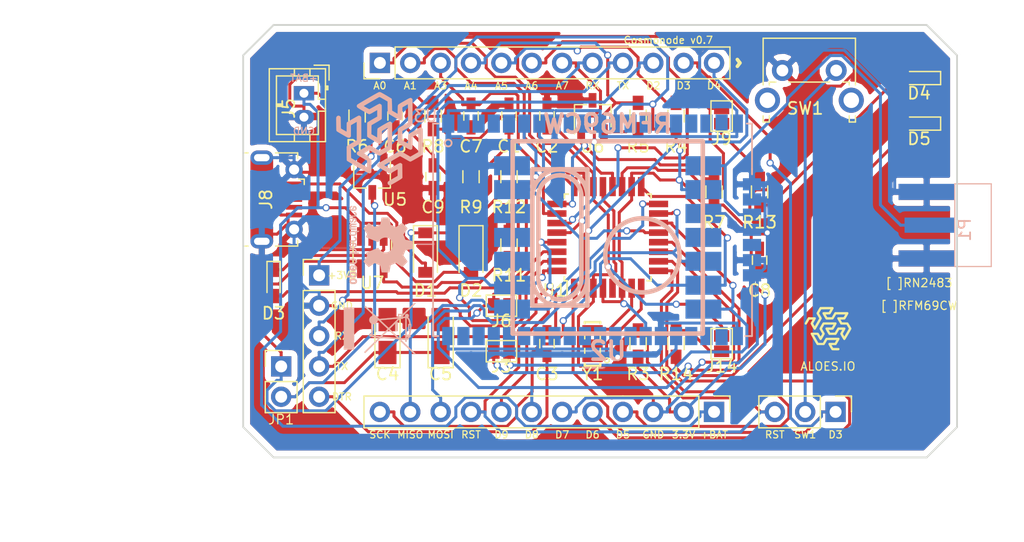
<source format=kicad_pcb>
(kicad_pcb (version 4) (host pcbnew 4.0.7-e2-6376~60~ubuntu17.10.1)
  (layers (0 F.Cu signal) (31 B.Cu signal) (34 B.Paste user) (35 F.Paste user) (36 B.SilkS user) (37 F.SilkS user) (38 B.Mask user) (39 F.Mask user) (44 Edge.Cuts user))
  (net 0 "")
  (net 1 GND)
  (net 2 +3V3)
  (net 3 "Net-(U1-Pad7)")
  (net 4 "Net-(U1-Pad8)")
  (net 5 /AREF)
  (net 6 RST)
  (net 7 DTR)
  (net 8 VDD)
  (net 9 A3)
  (net 10 +BATT)
  (net 11 "Net-(D3-Pad1)")
  (net 12 "Net-(D3-Pad2)")
  (net 13 A0)
  (net 14 A1)
  (net 15 A4)
  (net 16 A5)
  (net 17 A6)
  (net 18 A7)
  (net 19 RX)
  (net 20 D5)
  (net 21 D6)
  (net 22 D7)
  (net 23 D8)
  (net 24 D9)
  (net 25 "Net-(J8-Pad2)")
  (net 26 "Net-(J8-Pad4)")
  (net 27 "Net-(J8-Pad3)")
  (net 28 TX)
  (net 29 D10)
  (net 30 A2)
  (net 31 "Net-(R11-Pad2)")
  (net 32 D3)
  (net 33 D4)
  (net 34 D2)
  (net 35 "Net-(U3-Pad46)")
  (net 36 "Net-(U3-Pad45)")
  (net 37 "Net-(U3-Pad44)")
  (net 38 "Net-(U3-Pad43)")
  (net 39 "Net-(U3-Pad42)")
  (net 40 "Net-(U3-Pad40)")
  (net 41 "Net-(U3-Pad39)")
  (net 42 "Net-(U3-Pad38)")
  (net 43 "Net-(U3-Pad37)")
  (net 44 "Net-(U3-Pad36)")
  (net 45 "Net-(U3-Pad35)")
  (net 46 "Net-(U3-Pad31)")
  (net 47 "Net-(U3-Pad30)")
  (net 48 "Net-(U3-Pad29)")
  (net 49 "Net-(U3-Pad25)")
  (net 50 "Net-(U3-Pad19)")
  (net 51 "Net-(U3-Pad18)")
  (net 52 "Net-(U3-Pad17)")
  (net 53 "Net-(U3-Pad16)")
  (net 54 "Net-(U3-Pad15)")
  (net 55 "Net-(U3-Pad14)")
  (net 56 "Net-(U3-Pad13)")
  (net 57 "Net-(U3-Pad10)")
  (net 58 "Net-(U3-Pad9)")
  (net 59 "Net-(U3-Pad5)")
  (net 60 "Net-(U3-Pad4)")
  (net 61 "Net-(U3-Pad3)")
  (net 62 "Net-(U3-Pad2)")
  (net 63 "Net-(D4-Pad2)")
  (net 64 "Net-(D5-Pad2)")
  (net 65 "Net-(J9-Pad1)")
  (net 66 "Net-(J14-Pad1)")
  (net 67 "Net-(C4-Pad1)")
  (net 68 D11/MOSI)
  (net 69 D12/MISO)
  (net 70 D13/SCK)
  (net 71 ANT)
  (net 72 "Net-(U2-Pad3)")
  (net 73 "Net-(U2-Pad4)")
  (net 74 "Net-(U2-Pad5)")
  (net 75 "Net-(U2-Pad11)")
  (net 76 "Net-(D1-Pad1)")
  (net 77 "Net-(JP2-Pad2)")
  (net 78 /RN2483_RST)
  (module Capacitors_SMD:C_0603_HandSoldering (layer F.Cu) (at 166.37 84.455 90)
    (fp_text reference C1 (at -2.54 0 180) (layer F.SilkS))
    (fp_text value 100nF hide)
    (pad 1 smd rect (at -0.95 0 90) (size 1.2 0.75) (layers F.Cu F.Paste F.Mask) (net 2 +3V3))
    (pad 2 smd rect (at 0.95 0 90) (size 1.2 0.75) (layers F.Cu F.Paste F.Mask) (net 1 GND))
  )
  (module Capacitors_SMD:C_0603_HandSoldering (layer F.Cu) (at 169.545 84.455 270)
    (fp_text reference C2 (at 2.54 0 360) (layer F.SilkS))
    (fp_text value 100nF hide)
    (pad 1 smd rect (at -0.95 0 270) (size 1.2 0.75) (layers F.Cu F.Paste F.Mask) (net 1 GND))
    (pad 2 smd rect (at 0.95 0 270) (size 1.2 0.75) (layers F.Cu F.Paste F.Mask) (net 5 /AREF))
  )
  (module Capacitors_SMD:C_0603_HandSoldering (layer F.Cu) (at 169.545 103.505 270)
    (fp_text reference C3 (at 2.54 0 540) (layer F.SilkS))
    (fp_text value 100nF hide)
    (pad 1 smd rect (at -0.95 0 270) (size 1.2 0.75) (layers F.Cu F.Paste F.Mask) (net 6 RST))
    (pad 2 smd rect (at 0.95 0 270) (size 1.2 0.75) (layers F.Cu F.Paste F.Mask) (net 7 DTR))
  )
  (module Capacitors_SMD:C_0603_HandSoldering (layer F.Cu) (at 156.845 84.455 90)
    (fp_text reference C6 (at -2.54 0 180) (layer F.SilkS))
    (fp_text value 4.7uF hide)
    (pad 1 smd rect (at -0.95 0 90) (size 1.2 0.75) (layers F.Cu F.Paste F.Mask) (net 2 +3V3))
    (pad 2 smd rect (at 0.95 0 90) (size 1.2 0.75) (layers F.Cu F.Paste F.Mask) (net 1 GND))
  )
  (module Capacitors_SMD:C_0603_HandSoldering (layer F.Cu) (at 163.195 84.455 90)
    (fp_text reference C7 (at -2.54 0 180) (layer F.SilkS))
    (fp_text value 100nF hide)
    (pad 1 smd rect (at -0.95 0 90) (size 1.2 0.75) (layers F.Cu F.Paste F.Mask) (net 1 GND))
    (pad 2 smd rect (at 0.95 0 90) (size 1.2 0.75) (layers F.Cu F.Paste F.Mask) (net 9 A3))
  )
  (module Capacitors_SMD:C_0603_HandSoldering (layer F.Cu) (at 187.325 96.52 90)
    (fp_text reference C8 (at -2.54 0 360) (layer F.SilkS))
    (fp_text value 100nF hide)
    (pad 1 smd rect (at -0.95 0 90) (size 1.2 0.75) (layers F.Cu F.Paste F.Mask) (net 1 GND))
    (pad 2 smd rect (at 0.95 0 90) (size 1.2 0.75) (layers F.Cu F.Paste F.Mask) (net 2 +3V3))
  )
  (module Symbols:OSHW-Logo2_7.3x6mm_SilkScreen (layer B.Cu) (at 155.575 95.25 90)
    (fp_text reference J4 hide)
    (fp_text value OSHW hide)
  )
  (module Connectors_JST:JST_PH_B2B-PH-K_02x2.00mm_Straight (layer F.Cu) (at 149.225 82.55 270)
    (fp_text reference J5 (at 1.27 1.27 270) (layer F.SilkS))
    (fp_text value CONN_01X02 hide)
    (pad 1 thru_hole rect (at 0 0 270) (size 1.2 1.7) (drill 0.75) (layers *.Cu *.Mask) (net 10 +BATT))
    (pad 2 thru_hole oval (at 2 0 270) (size 1.2 1.7) (drill 0.75) (layers *.Cu *.Mask) (net 1 GND))
  )
  (module Resistors_SMD:R_0603_HandSoldering (layer F.Cu) (at 177.165 103.505 90)
    (fp_text reference R3 (at -2.54 0 360) (layer F.SilkS))
    (fp_text value 10k hide)
    (pad 1 smd rect (at -1.1 0 90) (size 1.2 0.9) (layers F.Cu F.Paste F.Mask) (net 2 +3V3))
    (pad 2 smd rect (at 1.1 0 90) (size 1.2 0.9) (layers F.Cu F.Paste F.Mask) (net 6 RST))
  )
  (module Resistors_SMD:R_0603_HandSoldering (layer F.Cu) (at 180.34 84.455 90)
    (fp_text reference R4 (at -2.54 0 180) (layer F.SilkS))
    (fp_text value 1k hide)
    (pad 1 smd rect (at -1.1 0 90) (size 1.2 0.9) (layers F.Cu F.Paste F.Mask) (net 2 +3V3))
    (pad 2 smd rect (at 1.1 0 90) (size 1.2 0.9) (layers F.Cu F.Paste F.Mask) (net 16 A5))
  )
  (module Resistors_SMD:R_0603_HandSoldering (layer F.Cu) (at 177.165 84.455 90)
    (fp_text reference R5 (at -2.54 0 180) (layer F.SilkS))
    (fp_text value 1k hide)
    (pad 1 smd rect (at -1.1 0 90) (size 1.2 0.9) (layers F.Cu F.Paste F.Mask) (net 2 +3V3))
    (pad 2 smd rect (at 1.1 0 90) (size 1.2 0.9) (layers F.Cu F.Paste F.Mask) (net 15 A4))
  )
  (module Resistors_SMD:R_0603_HandSoldering (layer F.Cu) (at 153.67 84.455 90)
    (fp_text reference R6 (at -2.54 0 180) (layer F.SilkS))
    (fp_text value 0 hide)
    (pad 1 smd rect (at -1.1 0 90) (size 1.2 0.9) (layers F.Cu F.Paste F.Mask) (net 2 +3V3))
    (pad 2 smd rect (at 1.1 0 90) (size 1.2 0.9) (layers F.Cu F.Paste F.Mask) (net 10 +BATT))
  )
  (module Resistors_SMD:R_0603_HandSoldering (layer F.Cu) (at 183.515 90.805 270)
    (fp_text reference R7 (at 2.54 0 360) (layer F.SilkS))
    (fp_text value 100k hide)
    (pad 1 smd rect (at -1.1 0 270) (size 1.2 0.9) (layers F.Cu F.Paste F.Mask) (net 30 A2))
    (pad 2 smd rect (at 1.1 0 270) (size 1.2 0.9) (layers F.Cu F.Paste F.Mask) (net 2 +3V3))
  )
  (module Resistors_SMD:R_0603_HandSoldering (layer F.Cu) (at 160.02 84.455 270)
    (fp_text reference R8 (at 2.54 0 360) (layer F.SilkS))
    (fp_text value 1M hide)
    (pad 1 smd rect (at -1.1 0 270) (size 1.2 0.9) (layers F.Cu F.Paste F.Mask) (net 10 +BATT))
    (pad 2 smd rect (at 1.1 0 270) (size 1.2 0.9) (layers F.Cu F.Paste F.Mask) (net 9 A3))
  )
  (module Resistors_SMD:R_0603_HandSoldering (layer F.Cu) (at 163.195 89.535 270)
    (fp_text reference R9 (at 2.54 0 360) (layer F.SilkS))
    (fp_text value 470k hide)
    (pad 1 smd rect (at -1.1 0 270) (size 1.2 0.9) (layers F.Cu F.Paste F.Mask) (net 9 A3))
    (pad 2 smd rect (at 1.1 0 270) (size 1.2 0.9) (layers F.Cu F.Paste F.Mask) (net 1 GND))
  )
  (module Housings_QFP:TQFP-32_7x7mm_Pitch0.8mm (layer F.Cu) (at 174.625 94.615 90)
    (fp_text reference U1 (at -4.445 -4.445 180) (layer F.SilkS))
    (fp_text value ATMEGA328P-AU hide)
    (pad 1 smd rect (at -4.25 -2.8 90) (size 1.6 0.55) (layers F.Cu F.Paste F.Mask) (net 32 D3))
    (pad 2 smd rect (at -4.25 -2 90) (size 1.6 0.55) (layers F.Cu F.Paste F.Mask) (net 33 D4))
    (pad 3 smd rect (at -4.25 -1.2 90) (size 1.6 0.55) (layers F.Cu F.Paste F.Mask) (net 1 GND))
    (pad 4 smd rect (at -4.25 -0.4 90) (size 1.6 0.55) (layers F.Cu F.Paste F.Mask) (net 2 +3V3))
    (pad 5 smd rect (at -4.25 0.4 90) (size 1.6 0.55) (layers F.Cu F.Paste F.Mask) (net 1 GND))
    (pad 6 smd rect (at -4.25 1.2 90) (size 1.6 0.55) (layers F.Cu F.Paste F.Mask) (net 2 +3V3))
    (pad 7 smd rect (at -4.25 2 90) (size 1.6 0.55) (layers F.Cu F.Paste F.Mask) (net 3 "Net-(U1-Pad7)"))
    (pad 8 smd rect (at -4.25 2.8 90) (size 1.6 0.55) (layers F.Cu F.Paste F.Mask) (net 4 "Net-(U1-Pad8)"))
    (pad 9 smd rect (at -2.8 4.25 180) (size 1.6 0.55) (layers F.Cu F.Paste F.Mask) (net 20 D5))
    (pad 10 smd rect (at -2 4.25 180) (size 1.6 0.55) (layers F.Cu F.Paste F.Mask) (net 21 D6))
    (pad 11 smd rect (at -1.2 4.25 180) (size 1.6 0.55) (layers F.Cu F.Paste F.Mask) (net 22 D7))
    (pad 12 smd rect (at -0.4 4.25 180) (size 1.6 0.55) (layers F.Cu F.Paste F.Mask) (net 23 D8))
    (pad 13 smd rect (at 0.4 4.25 180) (size 1.6 0.55) (layers F.Cu F.Paste F.Mask) (net 24 D9))
    (pad 14 smd rect (at 1.2 4.25 180) (size 1.6 0.55) (layers F.Cu F.Paste F.Mask) (net 29 D10))
    (pad 15 smd rect (at 2 4.25 180) (size 1.6 0.55) (layers F.Cu F.Paste F.Mask) (net 68 D11/MOSI))
    (pad 16 smd rect (at 2.8 4.25 180) (size 1.6 0.55) (layers F.Cu F.Paste F.Mask) (net 69 D12/MISO))
    (pad 17 smd rect (at 4.25 2.8 90) (size 1.6 0.55) (layers F.Cu F.Paste F.Mask) (net 70 D13/SCK))
    (pad 18 smd rect (at 4.25 2 90) (size 1.6 0.55) (layers F.Cu F.Paste F.Mask) (net 2 +3V3))
    (pad 19 smd rect (at 4.25 1.2 90) (size 1.6 0.55) (layers F.Cu F.Paste F.Mask) (net 17 A6))
    (pad 20 smd rect (at 4.25 0.4 90) (size 1.6 0.55) (layers F.Cu F.Paste F.Mask) (net 5 /AREF))
    (pad 21 smd rect (at 4.25 -0.4 90) (size 1.6 0.55) (layers F.Cu F.Paste F.Mask) (net 1 GND))
    (pad 22 smd rect (at 4.25 -1.2 90) (size 1.6 0.55) (layers F.Cu F.Paste F.Mask) (net 18 A7))
    (pad 23 smd rect (at 4.25 -2 90) (size 1.6 0.55) (layers F.Cu F.Paste F.Mask) (net 13 A0))
    (pad 24 smd rect (at 4.25 -2.8 90) (size 1.6 0.55) (layers F.Cu F.Paste F.Mask) (net 14 A1))
    (pad 25 smd rect (at 2.8 -4.25 180) (size 1.6 0.55) (layers F.Cu F.Paste F.Mask) (net 30 A2))
    (pad 26 smd rect (at 2 -4.25 180) (size 1.6 0.55) (layers F.Cu F.Paste F.Mask) (net 9 A3))
    (pad 27 smd rect (at 1.2 -4.25 180) (size 1.6 0.55) (layers F.Cu F.Paste F.Mask) (net 15 A4))
    (pad 28 smd rect (at 0.4 -4.25 180) (size 1.6 0.55) (layers F.Cu F.Paste F.Mask) (net 16 A5))
    (pad 29 smd rect (at -0.4 -4.25 180) (size 1.6 0.55) (layers F.Cu F.Paste F.Mask) (net 6 RST))
    (pad 30 smd rect (at -1.2 -4.25 180) (size 1.6 0.55) (layers F.Cu F.Paste F.Mask) (net 19 RX))
    (pad 31 smd rect (at -2 -4.25 180) (size 1.6 0.55) (layers F.Cu F.Paste F.Mask) (net 28 TX))
    (pad 32 smd rect (at -2.8 -4.25 180) (size 1.6 0.55) (layers F.Cu F.Paste F.Mask) (net 34 D2))
  )
  (module TO_SOT_Packages_SMD:TSOT-23 (layer F.Cu) (at 173.355 84.455 90)
    (fp_text reference U6 (at -2.54 0 180) (layer F.SilkS))
    (fp_text value ATSHA204 hide)
    (pad 1 smd rect (at -1.31 -0.95 90) (size 1.22 0.65) (layers F.Cu F.Paste F.Mask) (net 30 A2))
    (pad 2 smd rect (at -1.31 0.95 90) (size 1.22 0.65) (layers F.Cu F.Paste F.Mask) (net 2 +3V3))
    (pad 3 smd rect (at 1.31 0 90) (size 1.22 0.65) (layers F.Cu F.Paste F.Mask) (net 1 GND))
  )
  (module SMD-RESONATOR-8MHZ-33PF:X3-SMD-3.6X1.3X0.8MM (layer F.Cu) (at 173.355 103.505 90)
    (fp_text reference Y1 (at -2.54 0 180) (layer F.SilkS))
    (fp_text value Crystal_GND2 hide)
    (pad 1 smd rect (at -1.2 0 90) (size 0.7 1.7) (layers F.Cu F.Paste F.Mask) (net 4 "Net-(U1-Pad8)"))
    (pad 2 smd rect (at 0 0 90) (size 0.7 1.7) (layers F.Cu F.Paste F.Mask) (net 1 GND))
    (pad 3 smd rect (at 1.2 0 90) (size 0.7 1.7) (layers F.Cu F.Paste F.Mask) (net 3 "Net-(U1-Pad7)"))
  )
  (module Symbols:WEEE-Logo_4.2x6mm_SilkScreen (layer B.Cu) (at 155.575 102.235 90)
    (fp_text reference J10 hide)
    (fp_text value WEEE_Logo hide)
  )
  (module Aloes:Aloes (layer B.Cu) (at 155.575 86.36 90)
    (fp_text reference J11 hide)
    (fp_text value Aloes_Logo hide)
  )
  (module Capacitors_SMD:C_0603_HandSoldering (layer F.Cu) (at 160.02 89.535 270)
    (fp_text reference C9 (at 2.54 0 360) (layer F.SilkS))
    (fp_text value 100nF hide)
    (pad 1 smd rect (at -0.95 0 270) (size 1.2 0.75) (layers F.Cu F.Paste F.Mask) (net 2 +3V3))
    (pad 2 smd rect (at 0.95 0 270) (size 1.2 0.75) (layers F.Cu F.Paste F.Mask) (net 1 GND))
  )
  (module Diodes_SMD:D_SOD-123 (layer F.Cu) (at 159.385 95.885 270)
    (fp_text reference D1 (at 3.175 0 360) (layer F.SilkS))
    (fp_text value MBR0520 hide)
    (pad 1 smd rect (at -1.65 0 270) (size 0.9 1.2) (layers F.Cu F.Paste F.Mask) (net 76 "Net-(D1-Pad1)"))
    (pad 2 smd rect (at 1.65 0 270) (size 0.9 1.2) (layers F.Cu F.Paste F.Mask) (net 8 VDD))
  )
  (module Diodes_SMD:D_SOD-123 (layer F.Cu) (at 163.195 95.885 270)
    (fp_text reference D2 (at 3.175 0 360) (layer F.SilkS))
    (fp_text value MBR0520 hide)
    (pad 1 smd rect (at -1.65 0 270) (size 0.9 1.2) (layers F.Cu F.Paste F.Mask) (net 76 "Net-(D1-Pad1)"))
    (pad 2 smd rect (at 1.65 0 270) (size 0.9 1.2) (layers F.Cu F.Paste F.Mask) (net 10 +BATT))
  )
  (module LEDs:LED_0603_HandSoldering (layer F.Cu) (at 146.685 98.425 270)
    (fp_text reference D3 (at 2.54 0 360) (layer F.SilkS))
    (fp_text value LED hide)
    (pad 1 smd rect (at -1.1 0 270) (size 1.2 0.9) (layers F.Cu F.Paste F.Mask) (net 11 "Net-(D3-Pad1)"))
    (pad 2 smd rect (at 1.1 0 270) (size 1.2 0.9) (layers F.Cu F.Paste F.Mask) (net 12 "Net-(D3-Pad2)"))
  )
  (module Connectors_USB:USB_Micro-B_Molex-105017-0001 (layer F.Cu) (at 146.05 91.44 270)
    (fp_text reference J8 (at 0 0 270) (layer F.SilkS))
    (fp_text value USB_OTG hide)
    (pad 6 smd rect (at 1 0.35 270) (size 1.5 1.9) (layers F.Cu F.Paste F.Mask) (net 1 GND))
    (pad 6 thru_hole circle (at -2.5 -2.35 270) (size 1.45 1.45) (drill 0.85) (layers *.Cu *.Mask) (net 1 GND))
    (pad 2 smd rect (at -0.65 -2.35 270) (size 0.4 1.35) (layers F.Cu F.Paste F.Mask) (net 25 "Net-(J8-Pad2)"))
    (pad 1 smd rect (at -1.3 -2.35 270) (size 0.4 1.35) (layers F.Cu F.Paste F.Mask) (net 8 VDD))
    (pad 5 smd rect (at 1.3 -2.35 270) (size 0.4 1.35) (layers F.Cu F.Paste F.Mask) (net 1 GND))
    (pad 4 smd rect (at 0.65 -2.35 270) (size 0.4 1.35) (layers F.Cu F.Paste F.Mask) (net 26 "Net-(J8-Pad4)"))
    (pad 3 smd rect (at 0 -2.35 270) (size 0.4 1.35) (layers F.Cu F.Paste F.Mask) (net 27 "Net-(J8-Pad3)"))
    (pad 6 thru_hole circle (at 2.5 -2.35 270) (size 1.45 1.45) (drill 0.85) (layers *.Cu *.Mask) (net 1 GND))
    (pad 6 smd rect (at -1 0.35 270) (size 1.5 1.9) (layers F.Cu F.Paste F.Mask) (net 1 GND))
    (pad 6 thru_hole oval (at -3.5 0.35 90) (size 1.2 1.9) (drill oval 0.6 1.3) (layers *.Cu *.Mask) (net 1 GND))
    (pad 6 thru_hole oval (at 3.5 0.35 270) (size 1.2 1.9) (drill oval 0.6 1.3) (layers *.Cu *.Mask) (net 1 GND))
    (pad 6 smd rect (at 2.9 0.35 270) (size 1.2 1.9) (layers F.Cu F.Mask) (net 1 GND))
    (pad 6 smd rect (at -2.9 0.35 270) (size 1.2 1.9) (layers F.Cu F.Mask) (net 1 GND))
  )
  (module Pin_Headers:Pin_Header_Straight_1x05_Pitch2.54mm (layer F.Cu) (at 150.495 97.79)
    (fp_text reference J13 hide)
    (fp_text value CONN_01X05 hide)
    (pad 1 thru_hole rect (at 0 0) (size 1.7 1.7) (drill 1) (layers *.Cu *.Mask) (net 2 +3V3))
    (pad 2 thru_hole oval (at 0 2.54) (size 1.7 1.7) (drill 1) (layers *.Cu *.Mask) (net 1 GND))
    (pad 3 thru_hole oval (at 0 5.08) (size 1.7 1.7) (drill 1) (layers *.Cu *.Mask) (net 19 RX))
    (pad 4 thru_hole oval (at 0 7.62) (size 1.7 1.7) (drill 1) (layers *.Cu *.Mask) (net 28 TX))
    (pad 5 thru_hole oval (at 0 10.16) (size 1.7 1.7) (drill 1) (layers *.Cu *.Mask) (net 7 DTR))
  )
  (module Resistors_SMD:R_0603_HandSoldering (layer F.Cu) (at 166.37 95.25 270)
    (fp_text reference R11 (at 2.54 0 360) (layer F.SilkS))
    (fp_text value R hide)
    (pad 1 smd rect (at -1.1 0 270) (size 1.2 0.9) (layers F.Cu F.Paste F.Mask) (net 1 GND))
    (pad 2 smd rect (at 1.1 0 270) (size 1.2 0.9) (layers F.Cu F.Paste F.Mask) (net 31 "Net-(R11-Pad2)"))
  )
  (module Resistors_SMD:R_0603_HandSoldering (layer F.Cu) (at 166.37 89.535 90)
    (fp_text reference R12 (at -2.54 0 180) (layer F.SilkS))
    (fp_text value 1k hide)
    (pad 1 smd rect (at -1.1 0 90) (size 1.2 0.9) (layers F.Cu F.Paste F.Mask) (net 12 "Net-(D3-Pad2)"))
    (pad 2 smd rect (at 1.1 0 90) (size 1.2 0.9) (layers F.Cu F.Paste F.Mask) (net 76 "Net-(D1-Pad1)"))
  )
  (module RN2483:RN2483 (layer B.Cu) (at 160.02 102.87 90)
    (fp_text reference U3 (at 18.415 -0.635 180) (layer B.SilkS) (effects (justify mirror)))
    (fp_text value RN2483 hide)
    (pad 47 smd rect (at 0 1.27 90) (size 1.524 1.016) (layers B.Cu B.Paste B.Mask) (net 1 GND))
    (pad 46 smd rect (at 0 2.54 90) (size 1.524 1.016) (layers B.Cu B.Paste B.Mask) (net 35 "Net-(U3-Pad46)"))
    (pad 45 smd rect (at 0 3.81 90) (size 1.524 1.016) (layers B.Cu B.Paste B.Mask) (net 36 "Net-(U3-Pad45)"))
    (pad 44 smd rect (at 0 5.08 90) (size 1.524 1.016) (layers B.Cu B.Paste B.Mask) (net 37 "Net-(U3-Pad44)"))
    (pad 43 smd rect (at 0 6.35 90) (size 1.524 1.016) (layers B.Cu B.Paste B.Mask) (net 38 "Net-(U3-Pad43)"))
    (pad 42 smd rect (at 0 7.62 90) (size 1.524 1.016) (layers B.Cu B.Paste B.Mask) (net 39 "Net-(U3-Pad42)"))
    (pad 41 smd rect (at 0 8.89 90) (size 1.524 1.016) (layers B.Cu B.Paste B.Mask) (net 1 GND))
    (pad 40 smd rect (at 0 10.16 90) (size 1.524 1.016) (layers B.Cu B.Paste B.Mask) (net 40 "Net-(U3-Pad40)"))
    (pad 39 smd rect (at 0 11.43 90) (size 1.524 1.016) (layers B.Cu B.Paste B.Mask) (net 41 "Net-(U3-Pad39)"))
    (pad 38 smd rect (at 0 12.7 90) (size 1.524 1.016) (layers B.Cu B.Paste B.Mask) (net 42 "Net-(U3-Pad38)"))
    (pad 37 smd rect (at 0 13.97 90) (size 1.524 1.016) (layers B.Cu B.Paste B.Mask) (net 43 "Net-(U3-Pad37)"))
    (pad 36 smd rect (at 0 15.24 90) (size 1.524 1.016) (layers B.Cu B.Paste B.Mask) (net 44 "Net-(U3-Pad36)"))
    (pad 35 smd rect (at 0 16.51 90) (size 1.524 1.016) (layers B.Cu B.Paste B.Mask) (net 45 "Net-(U3-Pad35)"))
    (pad 34 smd rect (at 0 17.78 90) (size 1.524 1.016) (layers B.Cu B.Paste B.Mask) (net 2 +3V3))
    (pad 33 smd rect (at 0 19.05 90) (size 1.524 1.016) (layers B.Cu B.Paste B.Mask) (net 1 GND))
    (pad 32 smd rect (at 0 20.32 90) (size 1.524 1.016) (layers B.Cu B.Paste B.Mask) (net 78 /RN2483_RST))
    (pad 31 smd rect (at 0 21.59 90) (size 1.524 1.016) (layers B.Cu B.Paste B.Mask) (net 46 "Net-(U3-Pad31)"))
    (pad 30 smd rect (at 0 22.86 90) (size 1.524 1.016) (layers B.Cu B.Paste B.Mask) (net 47 "Net-(U3-Pad30)"))
    (pad 29 smd rect (at 0 24.13 90) (size 1.524 1.016) (layers B.Cu B.Paste B.Mask) (net 48 "Net-(U3-Pad29)"))
    (pad 28 smd rect (at 0 25.4 90) (size 1.524 1.016) (layers B.Cu B.Paste B.Mask) (net 1 GND))
    (pad 20 smd rect (at 17.78 25.4 90) (size 1.524 1.016) (layers B.Cu B.Paste B.Mask) (net 1 GND))
    (pad 27 smd rect (at 5.08 26.67 90) (size 1.016 1.524) (layers B.Cu B.Paste B.Mask) (net 1 GND))
    (pad 26 smd rect (at 6.35 26.67 90) (size 1.016 1.524) (layers B.Cu B.Paste B.Mask) (net 1 GND))
    (pad 25 smd rect (at 7.62 26.67 90) (size 1.016 1.524) (layers B.Cu B.Paste B.Mask) (net 49 "Net-(U3-Pad25)"))
    (pad 24 smd rect (at 8.89 26.67 90) (size 1.016 1.524) (layers B.Cu B.Paste B.Mask) (net 1 GND))
    (pad 23 smd rect (at 10.16 26.67 90) (size 1.016 1.524) (layers B.Cu B.Paste B.Mask) (net 71 ANT))
    (pad 22 smd rect (at 11.43 26.67 90) (size 1.016 1.524) (layers B.Cu B.Paste B.Mask) (net 1 GND))
    (pad 21 smd rect (at 12.7 26.67 90) (size 1.016 1.524) (layers B.Cu B.Paste B.Mask) (net 1 GND))
    (pad 19 smd rect (at 17.78 24.13 90) (size 1.524 1.016) (layers B.Cu B.Paste B.Mask) (net 50 "Net-(U3-Pad19)"))
    (pad 18 smd rect (at 17.78 22.86 90) (size 1.524 1.016) (layers B.Cu B.Paste B.Mask) (net 51 "Net-(U3-Pad18)"))
    (pad 17 smd rect (at 17.78 21.59 90) (size 1.524 1.016) (layers B.Cu B.Paste B.Mask) (net 52 "Net-(U3-Pad17)"))
    (pad 16 smd rect (at 17.78 20.32 90) (size 1.524 1.016) (layers B.Cu B.Paste B.Mask) (net 53 "Net-(U3-Pad16)"))
    (pad 15 smd rect (at 17.78 19.05 90) (size 1.524 1.016) (layers B.Cu B.Paste B.Mask) (net 54 "Net-(U3-Pad15)"))
    (pad 14 smd rect (at 17.78 17.78 90) (size 1.524 1.016) (layers B.Cu B.Paste B.Mask) (net 55 "Net-(U3-Pad14)"))
    (pad 13 smd rect (at 17.78 16.51 90) (size 1.524 1.016) (layers B.Cu B.Paste B.Mask) (net 56 "Net-(U3-Pad13)"))
    (pad 12 smd rect (at 17.78 15.24 90) (size 1.524 1.016) (layers B.Cu B.Paste B.Mask) (net 2 +3V3))
    (pad 11 smd rect (at 17.78 13.97 90) (size 1.524 1.016) (layers B.Cu B.Paste B.Mask) (net 1 GND))
    (pad 10 smd rect (at 17.78 12.7 90) (size 1.524 1.016) (layers B.Cu B.Paste B.Mask) (net 57 "Net-(U3-Pad10)"))
    (pad 9 smd rect (at 17.78 11.43 90) (size 1.524 1.016) (layers B.Cu B.Paste B.Mask) (net 58 "Net-(U3-Pad9)"))
    (pad 8 smd rect (at 17.78 10.16 90) (size 1.524 1.016) (layers B.Cu B.Paste B.Mask) (net 1 GND))
    (pad 7 smd rect (at 17.78 8.89 90) (size 1.524 1.016) (layers B.Cu B.Paste B.Mask) (net 24 D9))
    (pad 6 smd rect (at 17.78 7.62 90) (size 1.524 1.016) (layers B.Cu B.Paste B.Mask) (net 23 D8))
    (pad 5 smd rect (at 17.78 6.35 90) (size 1.524 1.016) (layers B.Cu B.Paste B.Mask) (net 59 "Net-(U3-Pad5)"))
    (pad 4 smd rect (at 17.78 5.08 90) (size 1.524 1.016) (layers B.Cu B.Paste B.Mask) (net 60 "Net-(U3-Pad4)"))
    (pad 3 smd rect (at 17.78 3.81 90) (size 1.524 1.016) (layers B.Cu B.Paste B.Mask) (net 61 "Net-(U3-Pad3)"))
    (pad 2 smd rect (at 17.78 2.54 90) (size 1.524 1.016) (layers B.Cu B.Paste B.Mask) (net 62 "Net-(U3-Pad2)"))
    (pad 1 smd rect (at 17.78 1.27 90) (size 1.524 1.016) (layers B.Cu B.Paste B.Mask) (net 1 GND))
  )
  (module Aloes:Aloes_mini (layer F.Cu) (at 193.04 102.235)
    (fp_text reference J12 hide)
    (fp_text value Aloes_mini_Logo hide)
  )
  (module LEDs:LED_0603_HandSoldering (layer F.Cu) (at 200.66 81.28 180)
    (fp_text reference D4 (at 0 -1.27 360) (layer F.SilkS))
    (fp_text value LED hide)
    (pad 1 smd rect (at -1.1 0 180) (size 1.2 0.9) (layers F.Cu F.Paste F.Mask) (net 1 GND))
    (pad 2 smd rect (at 1.1 0 180) (size 1.2 0.9) (layers F.Cu F.Paste F.Mask) (net 63 "Net-(D4-Pad2)"))
  )
  (module LEDs:LED_0603_HandSoldering (layer F.Cu) (at 200.66 85.09 180)
    (fp_text reference D5 (at 0 -1.27 360) (layer F.SilkS))
    (fp_text value LED hide)
    (pad 1 smd rect (at -1.1 0 180) (size 1.2 0.9) (layers F.Cu F.Paste F.Mask) (net 1 GND))
    (pad 2 smd rect (at 1.1 0 180) (size 1.2 0.9) (layers F.Cu F.Paste F.Mask) (net 64 "Net-(D5-Pad2)"))
  )
  (module Connectors:GS2 (layer F.Cu) (at 184.15 84.455 180)
    (fp_text reference J9 (at 0 -1.905 360) (layer F.SilkS))
    (fp_text value GS2 hide)
    (pad 1 smd rect (at 0 -0.64 180) (size 1.27 0.97) (layers F.Cu F.Paste F.Mask) (net 65 "Net-(J9-Pad1)"))
    (pad 2 smd rect (at 0 0.64 180) (size 1.27 0.97) (layers F.Cu F.Paste F.Mask) (net 17 A6))
  )
  (module Connectors:GS2 (layer F.Cu) (at 184.15 103.505 180)
    (fp_text reference J14 (at 0 -1.905 360) (layer F.SilkS))
    (fp_text value GS2 hide)
    (pad 1 smd rect (at 0 -0.64 180) (size 1.27 0.97) (layers F.Cu F.Paste F.Mask) (net 66 "Net-(J14-Pad1)"))
    (pad 2 smd rect (at 0 0.64 180) (size 1.27 0.97) (layers F.Cu F.Paste F.Mask) (net 18 A7))
  )
  (module Resistors_SMD:R_0603_HandSoldering (layer F.Cu) (at 187.325 90.805 90)
    (fp_text reference R13 (at -2.54 0 360) (layer F.SilkS))
    (fp_text value 1k hide)
    (pad 1 smd rect (at -1.1 0 90) (size 1.2 0.9) (layers F.Cu F.Paste F.Mask) (net 63 "Net-(D4-Pad2)"))
    (pad 2 smd rect (at 1.1 0 90) (size 1.2 0.9) (layers F.Cu F.Paste F.Mask) (net 65 "Net-(J9-Pad1)"))
  )
  (module Resistors_SMD:R_0603_HandSoldering (layer F.Cu) (at 180.34 103.505 90)
    (fp_text reference R14 (at -2.54 0 180) (layer F.SilkS))
    (fp_text value 1k hide)
    (pad 1 smd rect (at -1.1 0 90) (size 1.2 0.9) (layers F.Cu F.Paste F.Mask) (net 64 "Net-(D5-Pad2)"))
    (pad 2 smd rect (at 1.1 0 90) (size 1.2 0.9) (layers F.Cu F.Paste F.Mask) (net 66 "Net-(J14-Pad1)"))
  )
  (module TO_SOT_Packages_SMD:SOT-23-5_HandSoldering (layer F.Cu) (at 154.94 95.885 270)
    (fp_text reference U7 (at 2.54 0 360) (layer F.SilkS))
    (fp_text value MCP73811T-420I/OT hide)
    (pad 1 smd rect (at -1.35 -0.95 270) (size 1.56 0.65) (layers F.Cu F.Paste F.Mask) (net 11 "Net-(D3-Pad1)"))
    (pad 2 smd rect (at -1.35 0 270) (size 1.56 0.65) (layers F.Cu F.Paste F.Mask) (net 1 GND))
    (pad 3 smd rect (at -1.35 0.95 270) (size 1.56 0.65) (layers F.Cu F.Paste F.Mask) (net 10 +BATT))
    (pad 4 smd rect (at 1.35 0.95 270) (size 1.56 0.65) (layers F.Cu F.Paste F.Mask) (net 76 "Net-(D1-Pad1)"))
    (pad 5 smd rect (at 1.35 -0.95 270) (size 1.56 0.65) (layers F.Cu F.Paste F.Mask) (net 31 "Net-(R11-Pad2)"))
  )
  (module TO_SOT_Packages_SMD:TSOT-23 (layer F.Cu) (at 154.94 89.535 270)
    (fp_text reference U5 (at 1.905 -1.905 360) (layer F.SilkS))
    (fp_text value XC6206P332MR hide)
    (pad 1 smd rect (at -1.31 -0.95 270) (size 1.22 0.65) (layers F.Cu F.Paste F.Mask) (net 1 GND))
    (pad 2 smd rect (at -1.31 0.95 270) (size 1.22 0.65) (layers F.Cu F.Paste F.Mask) (net 2 +3V3))
    (pad 3 smd rect (at 1.31 0 270) (size 1.22 0.65) (layers F.Cu F.Paste F.Mask) (net 67 "Net-(C4-Pad1)"))
  )
  (module Capacitors_Tantalum_SMD:CP_Tantalum_Case-A_EIA-3216-18_Reflow (layer F.Cu) (at 160.655 102.87 90)
    (fp_text reference C5 (at -3.175 0 360) (layer F.SilkS))
    (fp_text value 47uF hide)
    (pad 1 smd rect (at -1.375 0 90) (size 1.95 1.5) (layers F.Cu F.Paste F.Mask) (net 67 "Net-(C4-Pad1)"))
    (pad 2 smd rect (at 1.375 0 90) (size 1.95 1.5) (layers F.Cu F.Paste F.Mask) (net 1 GND))
  )
  (module Capacitors_Tantalum_SMD:CP_Tantalum_Case-A_EIA-3216-18_Reflow (layer F.Cu) (at 156.21 102.87 90)
    (fp_text reference C4 (at -3.175 0 360) (layer F.SilkS))
    (fp_text value 47uF hide)
    (pad 1 smd rect (at -1.375 0 90) (size 1.95 1.5) (layers F.Cu F.Paste F.Mask) (net 67 "Net-(C4-Pad1)"))
    (pad 2 smd rect (at 1.375 0 90) (size 1.95 1.5) (layers F.Cu F.Paste F.Mask) (net 1 GND))
  )
  (module sma:EDGE_SMA_5 (layer B.Cu) (at 201.295 90.805 180)
    (fp_text reference P1 (at -3.175 -3.175 450) (layer B.SilkS) (effects (justify mirror)))
    (fp_text value COAX)
    (pad 5 smd rect (at 0 -5.57 180) (size 4.7 1.35) (layers F.Cu B.Paste B.Mask) (net 1 GND))
    (pad 3 smd rect (at 0 0 180) (size 4.7 1.35) (layers F.Cu B.Paste B.Mask) (net 1 GND))
    (pad 2 smd rect (at 0 0 180) (size 4.7 1.35) (layers B.Cu B.Paste B.Mask) (net 1 GND))
    (pad 1 smd rect (at -0.25 -2.785 180) (size 4.2 1.27) (layers B.Cu B.Paste B.Mask) (net 71 ANT))
    (pad 4 smd rect (at 0 -5.57 180) (size 4.7 1.35) (layers B.Cu B.Paste B.Mask) (net 1 GND))
  )
  (module w_rf_modules:RFM12B_SMD (layer B.Cu) (at 174.625 94.615)
    (fp_text reference U2 (at 0 9.4996) (layer B.SilkS) (effects (font (thickness 0.3048)) (justify mirror)))
    (fp_text value RFM69CW (at 0 -9.4996) (layer B.SilkS) (effects (font (thickness 0.3048)) (justify mirror)))
    (pad 1 smd rect (at -7.99846 5.99948) (size 2.9972 1.59766) (layers B.Cu B.Paste B.Mask) (net 69 D12/MISO))
    (pad 2 smd rect (at -8.001 4.0005) (size 2.9972 1.59766) (layers B.Cu B.Paste B.Mask) (net 34 D2))
    (pad 3 smd rect (at -8.001 1.99898) (size 2.9972 1.59766) (layers B.Cu B.Paste B.Mask) (net 72 "Net-(U2-Pad3)"))
    (pad 4 smd rect (at -8.001 0) (size 2.9972 1.59766) (layers B.Cu B.Paste B.Mask) (net 73 "Net-(U2-Pad4)"))
    (pad 5 smd rect (at -8.001 -1.99898) (size 2.9972 1.59766) (layers B.Cu B.Paste B.Mask) (net 74 "Net-(U2-Pad5)"))
    (pad 6 smd rect (at -8.001 -4.0005) (size 2.9972 1.59766) (layers B.Cu B.Paste B.Mask) (net 24 D9))
    (pad 7 smd rect (at -8.001 -5.99948) (size 2.9972 1.59766) (layers B.Cu B.Paste B.Mask) (net 1 GND))
    (pad 8 smd rect (at 8.001 -5.99948) (size 2.9972 1.59766) (layers B.Cu B.Paste B.Mask) (net 71 ANT))
    (pad 9 smd rect (at 8.001 -4.0005) (size 2.9972 1.59766) (layers B.Cu B.Paste B.Mask) (net 2 +3V3))
    (pad 10 smd rect (at 8.001 -1.99898) (size 2.9972 1.59766) (layers B.Cu B.Paste B.Mask) (net 1 GND))
    (pad 11 smd rect (at 8.001 0) (size 2.9972 1.59766) (layers B.Cu B.Paste B.Mask) (net 75 "Net-(U2-Pad11)"))
    (pad 12 smd rect (at 8.001 1.99898) (size 2.9972 1.59766) (layers B.Cu B.Paste B.Mask) (net 68 D11/MOSI))
    (pad 13 smd rect (at 8.001 4.0005) (size 2.9972 1.59766) (layers B.Cu B.Paste B.Mask) (net 70 D13/SCK))
    (pad 14 smd rect (at 8.001 5.99948) (size 2.9972 1.59766) (layers B.Cu B.Paste B.Mask) (net 29 D10))
  )
  (module Connectors:GS2 (layer F.Cu) (at 165.735 104.14 270)
    (fp_text reference J3 (at 1.27 0 360) (layer F.SilkS))
    (fp_text value GS2 hide)
    (pad 1 smd rect (at 0 -0.64 270) (size 1.27 0.97) (layers F.Cu F.Paste F.Mask) (net 78 /RN2483_RST))
    (pad 2 smd rect (at 0 0.64 270) (size 1.27 0.97) (layers F.Cu F.Paste F.Mask) (net 29 D10))
  )
  (module Connectors:GS2 (layer F.Cu) (at 165.735 100.33 270)
    (fp_text reference J6 (at 1.27 0 360) (layer F.SilkS))
    (fp_text value GS2 hide)
    (pad 1 smd rect (at 0 -0.64 270) (size 1.27 0.97) (layers F.Cu F.Paste F.Mask) (net 34 D2))
    (pad 2 smd rect (at 0 0.64 270) (size 1.27 0.97) (layers F.Cu F.Paste F.Mask) (net 23 D8))
  )
  (module Pin_Headers:Pin_Header_Straight_1x02_Pitch2.54mm (layer F.Cu) (at 147.32 105.41)
    (fp_text reference JP1 (at 0 4.445) (layer F.SilkS) (effects (font (size 0.8 0.8) (thickness 0.1))))
    (fp_text value Jumper_NO_Small hide)
    (pad 1 thru_hole rect (at 0 0) (size 1.7 1.7) (drill 1) (layers *.Cu *.Mask) (net 76 "Net-(D1-Pad1)"))
    (pad 2 thru_hole oval (at 0 2.54) (size 1.7 1.7) (drill 1) (layers *.Cu *.Mask) (net 67 "Net-(C4-Pad1)"))
  )
  (module Pin_Headers:Pin_Header_Straight_1x12_Pitch2.54mm (layer F.Cu) (at 155.575 80.01 90)
    (fp_text reference J1 hide)
    (fp_text value CONN_01X12 hide)
    (pad 1 thru_hole rect (at 0 0 90) (size 1.7 1.7) (drill 1) (layers *.Cu *.Mask) (net 13 A0))
    (pad 2 thru_hole oval (at 0 2.54 90) (size 1.7 1.7) (drill 1) (layers *.Cu *.Mask) (net 14 A1))
    (pad 3 thru_hole oval (at 0 5.08 90) (size 1.7 1.7) (drill 1) (layers *.Cu *.Mask) (net 9 A3))
    (pad 4 thru_hole oval (at 0 7.62 90) (size 1.7 1.7) (drill 1) (layers *.Cu *.Mask) (net 15 A4))
    (pad 5 thru_hole oval (at 0 10.16 90) (size 1.7 1.7) (drill 1) (layers *.Cu *.Mask) (net 16 A5))
    (pad 6 thru_hole oval (at 0 12.7 90) (size 1.7 1.7) (drill 1) (layers *.Cu *.Mask) (net 17 A6))
    (pad 7 thru_hole oval (at 0 15.24 90) (size 1.7 1.7) (drill 1) (layers *.Cu *.Mask) (net 18 A7))
    (pad 8 thru_hole oval (at 0 17.78 90) (size 1.7 1.7) (drill 1) (layers *.Cu *.Mask) (net 19 RX))
    (pad 9 thru_hole oval (at 0 20.32 90) (size 1.7 1.7) (drill 1) (layers *.Cu *.Mask) (net 28 TX))
    (pad 10 thru_hole oval (at 0 22.86 90) (size 1.7 1.7) (drill 1) (layers *.Cu *.Mask) (net 34 D2))
    (pad 11 thru_hole oval (at 0 25.4 90) (size 1.7 1.7) (drill 1) (layers *.Cu *.Mask) (net 32 D3))
    (pad 12 thru_hole oval (at 0 27.94 90) (size 1.7 1.7) (drill 1) (layers *.Cu *.Mask) (net 33 D4))
  )
  (module Pin_Headers:Pin_Header_Straight_1x12_Pitch2.54mm (layer F.Cu) (at 183.515 109.22 270)
    (fp_text reference J2 hide)
    (fp_text value CONN_01X12 hide)
    (pad 1 thru_hole rect (at 0 0 270) (size 1.7 1.7) (drill 1) (layers *.Cu *.Mask) (net 10 +BATT))
    (pad 2 thru_hole oval (at 0 2.54 270) (size 1.7 1.7) (drill 1) (layers *.Cu *.Mask) (net 2 +3V3))
    (pad 3 thru_hole oval (at 0 5.08 270) (size 1.7 1.7) (drill 1) (layers *.Cu *.Mask) (net 1 GND))
    (pad 4 thru_hole oval (at 0 7.62 270) (size 1.7 1.7) (drill 1) (layers *.Cu *.Mask) (net 20 D5))
    (pad 5 thru_hole oval (at 0 10.16 270) (size 1.7 1.7) (drill 1) (layers *.Cu *.Mask) (net 21 D6))
    (pad 6 thru_hole oval (at 0 12.7 270) (size 1.7 1.7) (drill 1) (layers *.Cu *.Mask) (net 22 D7))
    (pad 7 thru_hole oval (at 0 15.24 270) (size 1.7 1.7) (drill 1) (layers *.Cu *.Mask) (net 23 D8))
    (pad 8 thru_hole oval (at 0 17.78 270) (size 1.7 1.7) (drill 1) (layers *.Cu *.Mask) (net 24 D9))
    (pad 9 thru_hole oval (at 0 20.32 270) (size 1.7 1.7) (drill 1) (layers *.Cu *.Mask) (net 6 RST))
    (pad 10 thru_hole oval (at 0 22.86 270) (size 1.7 1.7) (drill 1) (layers *.Cu *.Mask) (net 68 D11/MOSI))
    (pad 11 thru_hole oval (at 0 25.4 270) (size 1.7 1.7) (drill 1) (layers *.Cu *.Mask) (net 69 D12/MISO))
    (pad 12 thru_hole oval (at 0 27.94 270) (size 1.7 1.7) (drill 1) (layers *.Cu *.Mask) (net 70 D13/SCK))
  )
  (module Pin_Headers:Pin_Header_Straight_1x03_Pitch2.54mm (layer F.Cu) (at 193.675 109.22 270)
    (fp_text reference JP2 hide)
    (fp_text value Jumper_NC_Dual hide)
    (pad 1 thru_hole rect (at 0 0 270) (size 1.7 1.7) (drill 1) (layers *.Cu *.Mask) (net 32 D3))
    (pad 2 thru_hole oval (at 0 2.54 270) (size 1.7 1.7) (drill 1) (layers *.Cu *.Mask) (net 77 "Net-(JP2-Pad2)"))
    (pad 3 thru_hole oval (at 0 5.08 270) (size 1.7 1.7) (drill 1) (layers *.Cu *.Mask) (net 6 RST))
  )
  (module Buttons_Switches_THT:SW_Tactile_SPST_Angled_PTS645Vx58-2LFS (layer F.Cu) (at 189.23 80.645)
    (fp_text reference SW1 (at 1.905 3.175 180) (layer F.SilkS))
    (fp_text value SW_DIP_x01 hide)
    (pad "" thru_hole circle (at 5.76 2.49) (size 2.1 2.1) (drill 1.3) (layers *.Cu *.Mask))
    (pad 2 thru_hole circle (at 4.5 0) (size 1.75 1.75) (drill 0.99) (layers *.Cu *.Mask) (net 77 "Net-(JP2-Pad2)"))
    (pad 1 thru_hole circle (at 0 0) (size 1.75 1.75) (drill 0.99) (layers *.Cu *.Mask) (net 1 GND))
    (pad "" thru_hole circle (at -1.25 2.49) (size 2.1 2.1) (drill 1.3) (layers *.Cu *.Mask))
  )
  (gr_line (start 146.685 76.835) (end 201.295 76.835) (angle 90) (layer Edge.Cuts) (width 0.15))
  (gr_line (start 203.835 79.375) (end 201.295 76.835) (angle 90) (layer Edge.Cuts) (width 0.15))
  (gr_line (start 203.835 110.49) (end 203.835 79.375) (angle 90) (layer Edge.Cuts) (width 0.15))
  (gr_line (start 201.295 113.03) (end 203.835 110.49) (angle 90) (layer Edge.Cuts) (width 0.15))
  (gr_line (start 146.685 113.03) (end 201.295 113.03) (angle 90) (layer Edge.Cuts) (width 0.15))
  (gr_line (start 144.145 79.375) (end 146.685 76.835) (angle 90) (layer Edge.Cuts) (width 0.15))
  (gr_line (start 144.145 110.49) (end 144.145 79.375) (angle 90) (layer Edge.Cuts) (width 0.15))
  (gr_line (start 146.685 113.03) (end 144.145 110.49) (angle 90) (layer Edge.Cuts) (width 0.15))
  (gr_text SW1 (at 191.135 111.125) (layer F.SilkS) (effects (font (size 0.6 0.6) (thickness 0.1))))
  (gr_text D3 (at 193.675 111.125) (layer F.SilkS) (effects (font (size 0.6 0.6) (thickness 0.1))))
  (gr_text RST (at 188.595 111.125) (layer F.SilkS) (effects (font (size 0.6 0.6) (thickness 0.1))))
  (gr_text "[ ]RFM69CW" (at 200.66 100.33) (layer F.SilkS) (effects (font (size 0.7 0.7) (thickness 0.1))))
  (gr_text "[ ]RN2483" (at 200.66 98.425) (layer F.SilkS) (effects (font (size 0.7 0.7) (thickness 0.1))))
  (gr_text ^ (at 184.785 80.01 270) (layer F.SilkS) (effects (font (size 1.5 1.5) (thickness 0.3))))
  (gr_text GND (at 152.4 100.33) (layer F.SilkS) (effects (font (size 0.6 0.6) (thickness 0.1))))
  (gr_text +3V3 (at 152.4 97.79) (layer F.SilkS) (effects (font (size 0.6 0.6) (thickness 0.1))))
  (gr_text DTR (at 152.4 107.95) (layer F.SilkS) (effects (font (size 0.6 0.6) (thickness 0.1))))
  (gr_text TX (at 152.4 105.41) (layer F.SilkS) (effects (font (size 0.6 0.6) (thickness 0.1))))
  (gr_text RX (at 152.4 102.87) (layer F.SilkS) (effects (font (size 0.6 0.6) (thickness 0.1))))
  (gr_text TX (at 175.895 81.915) (layer F.SilkS) (effects (font (size 0.6 0.6) (thickness 0.1))))
  (gr_text RX (at 173.355 81.915) (layer F.SilkS) (effects (font (size 0.6 0.6) (thickness 0.1))))
  (gr_text A3 (at 160.655 81.915) (layer F.SilkS) (effects (font (size 0.6 0.6) (thickness 0.1))))
  (gr_text D2 (at 178.435 81.915) (layer F.SilkS) (effects (font (size 0.6 0.6) (thickness 0.1))))
  (gr_text D9 (at 165.735 111.125) (layer F.SilkS) (effects (font (size 0.6 0.6) (thickness 0.1))))
  (gr_text D8 (at 168.275 111.125) (layer F.SilkS) (effects (font (size 0.6 0.6) (thickness 0.1))))
  (gr_text ALOES.IO (at 193.04 105.41) (layer F.SilkS) (effects (font (size 0.7 0.7) (thickness 0.1))))
  (gr_text "Cosmonode v0.7\n" (at 175.895 78.105) (layer F.SilkS) (effects (font (size 0.6 0.6) (thickness 0.1)) (justify left)))
  (gr_text GND (at 149.225 85.725) (layer B.SilkS) (effects (font (size 0.6 0.6) (thickness 0.1)) (justify mirror)))
  (gr_text +BAT (at 149.225 81.28) (layer B.SilkS) (effects (font (size 0.6 0.6) (thickness 0.1)) (justify mirror)))
  (gr_text SCK (at 155.575 111.125) (layer F.SilkS) (effects (font (size 0.6 0.6) (thickness 0.1))))
  (gr_text MISO (at 158.115 111.125) (layer F.SilkS) (effects (font (size 0.6 0.6) (thickness 0.1))))
  (gr_text MOSI (at 160.655 111.125) (layer F.SilkS) (effects (font (size 0.6 0.6) (thickness 0.1))))
  (gr_text RST (at 163.195 111.125) (layer F.SilkS) (effects (font (size 0.6 0.6) (thickness 0.1))))
  (gr_text A6 (at 168.275 81.915) (layer F.SilkS) (effects (font (size 0.6 0.6) (thickness 0.1))))
  (gr_text A1 (at 158.115 81.915) (layer F.SilkS) (effects (font (size 0.6 0.6) (thickness 0.1))))
  (gr_text A0 (at 155.575 81.915) (layer F.SilkS) (effects (font (size 0.6 0.6) (thickness 0.1))))
  (gr_text D7 (at 170.815 111.125) (layer F.SilkS) (effects (font (size 0.6 0.6) (thickness 0.1))))
  (gr_text GND (at 178.435 111.125) (layer F.SilkS) (effects (font (size 0.6 0.6) (thickness 0.1))))
  (gr_text A7 (at 170.815 81.915) (layer F.SilkS) (effects (font (size 0.6 0.6) (thickness 0.1))))
  (gr_text A5 (at 165.735 81.915) (layer F.SilkS) (effects (font (size 0.6 0.6) (thickness 0.1))))
  (gr_text A4 (at 163.195 81.915) (layer F.SilkS) (effects (font (size 0.6 0.6) (thickness 0.1))))
  (gr_text 3.3V (at 180.975 111.125) (layer F.SilkS) (effects (font (size 0.6 0.6) (thickness 0.1))))
  (gr_text +BAT (at 183.515 111.125) (layer F.SilkS) (effects (font (size 0.6 0.6) (thickness 0.1))))
  (gr_text D6 (at 173.355 111.125) (layer F.SilkS) (effects (font (size 0.6 0.6) (thickness 0.1))))
  (gr_text D5 (at 175.895 111.125) (layer F.SilkS) (effects (font (size 0.6 0.6) (thickness 0.1))))
  (gr_text D4 (at 183.515 81.915) (layer F.SilkS) (effects (font (size 0.6 0.6) (thickness 0.1))))
  (gr_text D3 (at 180.975 81.915) (layer F.SilkS) (effects (font (size 0.6 0.6) (thickness 0.1))))
  (via (at 175.4515 104.633) (size 0.6) (layers F.Cu B.Cu) (net 1))
  (via (at 187.9713 94.2248) (size 0.6) (layers F.Cu B.Cu) (net 1))
  (segment (start 160.655 101.495) (end 159.5797 101.495) (width 0.25) (layer F.Cu) (net 1))
  (segment (start 145.7 88.54) (end 145.7 87.94) (width 0.25) (layer F.Cu) (net 1))
  (segment (start 149.225 84.55) (end 149.225 85.4753) (width 0.25) (layer B.Cu) (net 1))
  (segment (start 173.355 83.145) (end 172.7047 83.145) (width 0.25) (layer F.Cu) (net 1))
  (segment (start 145.7 94.34) (end 145.7 94.94) (width 0.25) (layer F.Cu) (net 1))
  (segment (start 145.7 89.9023) (end 145.7 89.3647) (width 0.25) (layer F.Cu) (net 1))
  (segment (start 145.7 88.54) (end 145.7 89.3647) (width 0.25) (layer F.Cu) (net 1))
  (segment (start 145.7 87.94) (end 146.9753 87.94) (width 0.25) (layer B.Cu) (net 1))
  (segment (start 148.4 87.94) (end 146.9753 87.94) (width 0.25) (layer B.Cu) (net 1))
  (segment (start 148.4 88.94) (end 148.4 87.94) (width 0.25) (layer B.Cu) (net 1))
  (segment (start 148.4 86.3003) (end 149.225 85.4753) (width 0.25) (layer B.Cu) (net 1))
  (segment (start 148.4 87.94) (end 148.4 86.3003) (width 0.25) (layer B.Cu) (net 1))
  (segment (start 156.21 101.495) (end 157.2853 101.495) (width 0.25) (layer F.Cu) (net 1))
  (segment (start 147.2753 92.74) (end 146.9753 92.44) (width 0.25) (layer F.Cu) (net 1))
  (segment (start 147.3997 92.74) (end 147.2753 92.74) (width 0.25) (layer F.Cu) (net 1))
  (segment (start 186.69 90.17) (end 187.6647 90.17) (width 0.25) (layer B.Cu) (net 1))
  (segment (start 201.76 85.09) (end 201.76 84.3147) (width 0.25) (layer F.Cu) (net 1))
  (segment (start 201.76 84.3147) (end 201.76 81.28) (width 0.25) (layer F.Cu) (net 1))
  (segment (start 169.1564 82.5797) (end 169.545 82.5797) (width 0.25) (layer F.Cu) (net 1))
  (segment (start 167.0915 80.5148) (end 169.1564 82.5797) (width 0.25) (layer F.Cu) (net 1))
  (segment (start 167.0915 78.3144) (end 167.0915 80.5148) (width 0.25) (layer F.Cu) (net 1))
  (segment (start 159.5797 101.495) (end 157.2853 101.495) (width 0.25) (layer F.Cu) (net 1))
  (segment (start 172.1394 82.5797) (end 169.545 82.5797) (width 0.25) (layer F.Cu) (net 1))
  (segment (start 172.7047 83.145) (end 172.1394 82.5797) (width 0.25) (layer F.Cu) (net 1))
  (segment (start 201.76 81.28) (end 201.76 80.5047) (width 0.25) (layer F.Cu) (net 1))
  (segment (start 149.687 99.1547) (end 150.495 99.1547) (width 0.25) (layer B.Cu) (net 1))
  (segment (start 148.4 97.8677) (end 149.687 99.1547) (width 0.25) (layer B.Cu) (net 1))
  (segment (start 148.4 93.94) (end 148.4 97.8677) (width 0.25) (layer B.Cu) (net 1))
  (segment (start 150.495 100.33) (end 150.495 99.1547) (width 0.25) (layer B.Cu) (net 1))
  (segment (start 178.435 109.22) (end 178.435 108.0447) (width 0.25) (layer F.Cu) (net 1))
  (segment (start 160.02 90.485) (end 160.7203 90.485) (width 0.25) (layer F.Cu) (net 1))
  (segment (start 162.2697 90.485) (end 162.4197 90.635) (width 0.25) (layer F.Cu) (net 1))
  (segment (start 160.7203 90.485) (end 162.2697 90.485) (width 0.25) (layer F.Cu) (net 1))
  (segment (start 155.89 88.225) (end 155.89 89.1603) (width 0.25) (layer F.Cu) (net 1))
  (segment (start 163.195 90.635) (end 162.4197 90.635) (width 0.25) (layer F.Cu) (net 1))
  (segment (start 166.37 94.15) (end 165.5947 94.15) (width 0.25) (layer F.Cu) (net 1))
  (segment (start 173.355 103.505) (end 172.1797 103.505) (width 0.25) (layer F.Cu) (net 1))
  (segment (start 178.435 108.0447) (end 175.4515 105.0612) (width 0.25) (layer F.Cu) (net 1))
  (segment (start 172.1797 105.2398) (end 172.1797 103.505) (width 0.25) (layer F.Cu) (net 1))
  (segment (start 172.3203 105.3804) (end 172.1797 105.2398) (width 0.25) (layer F.Cu) (net 1))
  (segment (start 175.1323 105.3804) (end 172.3203 105.3804) (width 0.25) (layer F.Cu) (net 1))
  (segment (start 175.4515 105.0612) (end 175.1323 105.3804) (width 0.25) (layer F.Cu) (net 1))
  (segment (start 148.2997 83.6247) (end 149.225 83.6247) (width 0.25) (layer F.Cu) (net 1))
  (segment (start 148.0405 83.3655) (end 148.2997 83.6247) (width 0.25) (layer F.Cu) (net 1))
  (segment (start 148.0405 81.8073) (end 148.0405 83.3655) (width 0.25) (layer F.Cu) (net 1))
  (segment (start 151.9837 77.8641) (end 148.0405 81.8073) (width 0.25) (layer F.Cu) (net 1))
  (segment (start 166.6412 77.8641) (end 151.9837 77.8641) (width 0.25) (layer F.Cu) (net 1))
  (segment (start 167.0915 78.3144) (end 166.6412 77.8641) (width 0.25) (layer F.Cu) (net 1))
  (segment (start 173.425 99.4276) (end 173.425 99.9903) (width 0.25) (layer F.Cu) (net 1))
  (segment (start 167.6153 77.7906) (end 167.0915 78.3144) (width 0.25) (layer F.Cu) (net 1))
  (segment (start 186.3756 77.7906) (end 167.6153 77.7906) (width 0.25) (layer F.Cu) (net 1))
  (segment (start 189.23 80.645) (end 186.3756 77.7906) (width 0.25) (layer F.Cu) (net 1))
  (segment (start 185.6027 93.7688) (end 184.4499 92.616) (width 0.25) (layer B.Cu) (net 1))
  (segment (start 185.6027 93.98) (end 185.6027 93.7688) (width 0.25) (layer B.Cu) (net 1))
  (segment (start 182.626 92.616) (end 184.4499 92.616) (width 0.25) (layer B.Cu) (net 1))
  (segment (start 186.69 93.98) (end 185.6027 93.98) (width 0.25) (layer B.Cu) (net 1))
  (segment (start 169.545 83.505) (end 169.545 82.5797) (width 0.25) (layer F.Cu) (net 1))
  (segment (start 162.3619 86.1773) (end 164.8001 88.6155) (width 0.25) (layer B.Cu) (net 1))
  (segment (start 161.29 86.1773) (end 162.3619 86.1773) (width 0.25) (layer B.Cu) (net 1))
  (segment (start 166.624 88.6155) (end 164.8001 88.6155) (width 0.25) (layer B.Cu) (net 1))
  (segment (start 195.568 80.5047) (end 201.76 80.5047) (width 0.25) (layer F.Cu) (net 1))
  (segment (start 194.1205 81.9522) (end 195.568 80.5047) (width 0.25) (layer F.Cu) (net 1))
  (segment (start 190.5372 81.9522) (end 194.1205 81.9522) (width 0.25) (layer F.Cu) (net 1))
  (segment (start 189.23 80.645) (end 190.5372 81.9522) (width 0.25) (layer F.Cu) (net 1))
  (segment (start 149.225 84.55) (end 149.225 84.3025) (width 0.25) (layer F.Cu) (net 1))
  (segment (start 149.225 84.3025) (end 149.225 83.6247) (width 0.25) (layer F.Cu) (net 1))
  (segment (start 155.3472 84.3025) (end 156.1447 83.505) (width 0.25) (layer F.Cu) (net 1))
  (segment (start 149.225 84.3025) (end 155.3472 84.3025) (width 0.25) (layer F.Cu) (net 1))
  (segment (start 156.845 83.505) (end 156.1447 83.505) (width 0.25) (layer F.Cu) (net 1))
  (segment (start 158.5199 84.4796) (end 157.5453 83.505) (width 0.25) (layer F.Cu) (net 1))
  (segment (start 161.5693 84.4796) (end 158.5199 84.4796) (width 0.25) (layer F.Cu) (net 1))
  (segment (start 162.4947 85.405) (end 161.5693 84.4796) (width 0.25) (layer F.Cu) (net 1))
  (segment (start 156.845 83.505) (end 157.5453 83.505) (width 0.25) (layer F.Cu) (net 1))
  (segment (start 162.8449 85.405) (end 162.4947 85.405) (width 0.25) (layer F.Cu) (net 1))
  (segment (start 163.195 85.405) (end 162.8449 85.405) (width 0.25) (layer F.Cu) (net 1))
  (segment (start 163.195 85.405) (end 163.8953 85.405) (width 0.25) (layer F.Cu) (net 1))
  (segment (start 166.37 83.505) (end 165.6697 83.505) (width 0.25) (layer F.Cu) (net 1))
  (segment (start 161.29 85.6336) (end 161.29 86.1773) (width 0.25) (layer B.Cu) (net 1))
  (segment (start 173.425 99.4276) (end 173.425 98.865) (width 0.25) (layer F.Cu) (net 1))
  (segment (start 173.425 98.865) (end 173.425 97.7397) (width 0.25) (layer F.Cu) (net 1))
  (segment (start 175.025 98.865) (end 175.025 97.7397) (width 0.25) (layer F.Cu) (net 1))
  (segment (start 174.225 90.365) (end 174.225 91.4903) (width 0.25) (layer F.Cu) (net 1))
  (segment (start 165.3332 83.8415) (end 165.6697 83.505) (width 0.25) (layer F.Cu) (net 1))
  (segment (start 165.3332 83.9671) (end 165.3332 83.8415) (width 0.25) (layer F.Cu) (net 1))
  (segment (start 163.8953 85.405) (end 165.3332 83.9671) (width 0.25) (layer F.Cu) (net 1))
  (segment (start 145.7 92.44) (end 145.94 92.44) (width 0.25) (layer F.Cu) (net 1))
  (segment (start 145.94 92.44) (end 146.9753 92.44) (width 0.25) (layer F.Cu) (net 1))
  (segment (start 145.7 89.9023) (end 145.7 90.44) (width 0.25) (layer F.Cu) (net 1))
  (segment (start 145.94 91.7553) (end 145.94 92.44) (width 0.25) (layer F.Cu) (net 1))
  (segment (start 145.7 91.5153) (end 145.94 91.7553) (width 0.25) (layer F.Cu) (net 1))
  (segment (start 145.7 90.44) (end 145.7 91.5153) (width 0.25) (layer F.Cu) (net 1))
  (segment (start 150.1003 95.6403) (end 148.4 93.94) (width 0.25) (layer F.Cu) (net 1))
  (segment (start 154.94 95.6403) (end 150.1003 95.6403) (width 0.25) (layer F.Cu) (net 1))
  (segment (start 154.94 94.535) (end 154.94 95.6403) (width 0.25) (layer F.Cu) (net 1))
  (segment (start 187.3795 78.7945) (end 189.23 80.645) (width 0.25) (layer B.Cu) (net 1))
  (segment (start 183.0002 78.7945) (end 187.3795 78.7945) (width 0.25) (layer B.Cu) (net 1))
  (segment (start 182.3097 79.485) (end 183.0002 78.7945) (width 0.25) (layer B.Cu) (net 1))
  (segment (start 182.3097 80.8924) (end 182.3097 79.485) (width 0.25) (layer B.Cu) (net 1))
  (segment (start 185.42 84.0027) (end 182.3097 80.8924) (width 0.25) (layer B.Cu) (net 1))
  (segment (start 190.9287 78.9463) (end 189.23 80.645) (width 0.25) (layer B.Cu) (net 1))
  (segment (start 194.4084 78.9463) (end 190.9287 78.9463) (width 0.25) (layer B.Cu) (net 1))
  (segment (start 198.6197 83.1576) (end 194.4084 78.9463) (width 0.25) (layer B.Cu) (net 1))
  (segment (start 198.6197 90.805) (end 198.6197 83.1576) (width 0.25) (layer B.Cu) (net 1))
  (segment (start 201.295 90.805) (end 198.6197 90.805) (width 0.25) (layer B.Cu) (net 1))
  (segment (start 148.4 92.74) (end 147.8999 92.74) (width 0.25) (layer F.Cu) (net 1))
  (segment (start 147.8999 92.74) (end 147.3997 92.74) (width 0.25) (layer F.Cu) (net 1))
  (segment (start 145.7 94.34) (end 146.9753 94.34) (width 0.25) (layer F.Cu) (net 1))
  (segment (start 147.8999 92.74) (end 147.8999 93.59) (width 0.25) (layer F.Cu) (net 1))
  (segment (start 148.05 93.59) (end 147.8999 93.59) (width 0.25) (layer F.Cu) (net 1))
  (segment (start 148.4 93.94) (end 148.05 93.59) (width 0.25) (layer F.Cu) (net 1))
  (segment (start 147.7253 93.59) (end 146.9753 94.34) (width 0.25) (layer F.Cu) (net 1))
  (segment (start 147.8999 93.59) (end 147.7253 93.59) (width 0.25) (layer F.Cu) (net 1))
  (segment (start 160.02 90.485) (end 159.3197 90.485) (width 0.25) (layer F.Cu) (net 1))
  (segment (start 157.5588 90.485) (end 159.3197 90.485) (width 0.25) (layer F.Cu) (net 1))
  (segment (start 164.7168 95.0279) (end 165.5947 94.15) (width 0.25) (layer F.Cu) (net 1))
  (segment (start 158.0511 95.0279) (end 164.7168 95.0279) (width 0.25) (layer F.Cu) (net 1))
  (segment (start 157.5588 94.5356) (end 158.0511 95.0279) (width 0.25) (layer F.Cu) (net 1))
  (segment (start 157.5588 90.485) (end 157.5588 94.5356) (width 0.25) (layer F.Cu) (net 1))
  (segment (start 170.18 85.09) (end 170.18 84.1153) (width 0.25) (layer B.Cu) (net 1))
  (segment (start 170.2926 84.0027) (end 170.18 84.1153) (width 0.25) (layer B.Cu) (net 1))
  (segment (start 173.99 84.0027) (end 170.2926 84.0027) (width 0.25) (layer B.Cu) (net 1))
  (segment (start 186.69 93.98) (end 187.7773 93.98) (width 0.25) (layer B.Cu) (net 1))
  (segment (start 187.325 97.47) (end 188.0253 97.47) (width 0.25) (layer F.Cu) (net 1))
  (segment (start 186.69 91.44) (end 187.6647 91.44) (width 0.25) (layer B.Cu) (net 1))
  (segment (start 187.7773 91.5526) (end 187.7773 93.98) (width 0.25) (layer B.Cu) (net 1))
  (segment (start 187.6647 91.44) (end 187.7773 91.5526) (width 0.25) (layer B.Cu) (net 1))
  (segment (start 187.6647 91.44) (end 187.6647 90.17) (width 0.25) (layer B.Cu) (net 1))
  (segment (start 186.5096 92.7631) (end 187.9713 94.2248) (width 0.25) (layer F.Cu) (net 1))
  (segment (start 186.5096 91.1443) (end 186.5096 92.7631) (width 0.25) (layer F.Cu) (net 1))
  (segment (start 187.0235 90.6304) (end 186.5096 91.1443) (width 0.25) (layer F.Cu) (net 1))
  (segment (start 187.9097 90.6304) (end 187.0235 90.6304) (width 0.25) (layer F.Cu) (net 1))
  (segment (start 190.5372 88.0029) (end 187.9097 90.6304) (width 0.25) (layer F.Cu) (net 1))
  (segment (start 190.5372 81.9522) (end 190.5372 88.0029) (width 0.25) (layer F.Cu) (net 1))
  (segment (start 188.0253 94.2788) (end 188.0253 97.47) (width 0.25) (layer F.Cu) (net 1))
  (segment (start 187.9713 94.2248) (end 188.0253 94.2788) (width 0.25) (layer F.Cu) (net 1))
  (segment (start 186.69 97.79) (end 187.1338 97.79) (width 0.25) (layer B.Cu) (net 1))
  (segment (start 186.69 96.52) (end 187.7773 96.52) (width 0.25) (layer B.Cu) (net 1))
  (segment (start 187.9713 94.174) (end 187.9713 94.2248) (width 0.25) (layer B.Cu) (net 1))
  (segment (start 187.7773 93.98) (end 187.9713 94.174) (width 0.25) (layer B.Cu) (net 1))
  (segment (start 187.9713 96.326) (end 187.7773 96.52) (width 0.25) (layer B.Cu) (net 1))
  (segment (start 187.9713 94.2248) (end 187.9713 96.326) (width 0.25) (layer B.Cu) (net 1))
  (segment (start 157.2147 90.485) (end 157.5588 90.485) (width 0.25) (layer F.Cu) (net 1))
  (segment (start 155.89 89.1603) (end 157.2147 90.485) (width 0.25) (layer F.Cu) (net 1))
  (segment (start 148.6203 89.1603) (end 155.89 89.1603) (width 0.25) (layer F.Cu) (net 1))
  (segment (start 148.4 88.94) (end 148.6203 89.1603) (width 0.25) (layer F.Cu) (net 1))
  (segment (start 185.42 84.6589) (end 185.42 84.0027) (width 0.25) (layer B.Cu) (net 1))
  (segment (start 185.42 84.6589) (end 185.42 85.09) (width 0.25) (layer B.Cu) (net 1))
  (segment (start 185.42 86.1773) (end 173.99 86.1773) (width 0.25) (layer B.Cu) (net 1))
  (segment (start 173.99 85.09) (end 173.99 86.1773) (width 0.25) (layer B.Cu) (net 1))
  (segment (start 185.42 85.09) (end 185.42 86.1773) (width 0.25) (layer B.Cu) (net 1))
  (segment (start 161.29 85.6336) (end 161.29 85.09) (width 0.25) (layer B.Cu) (net 1))
  (segment (start 170.0674 84.0027) (end 170.18 84.1153) (width 0.25) (layer B.Cu) (net 1))
  (segment (start 161.29 84.0027) (end 170.0674 84.0027) (width 0.25) (layer B.Cu) (net 1))
  (segment (start 161.29 85.09) (end 161.29 84.0027) (width 0.25) (layer B.Cu) (net 1))
  (segment (start 173.99 85.09) (end 173.99 84.0027) (width 0.25) (layer B.Cu) (net 1))
  (segment (start 168.91 102.87) (end 168.91 103.9573) (width 0.25) (layer B.Cu) (net 1))
  (segment (start 175.4515 105.0612) (end 175.4515 104.633) (width 0.25) (layer F.Cu) (net 1))
  (segment (start 161.29 102.87) (end 161.29 103.9573) (width 0.25) (layer B.Cu) (net 1))
  (segment (start 168.91 103.9573) (end 161.29 103.9573) (width 0.25) (layer B.Cu) (net 1))
  (segment (start 173.425 97.7397) (end 175.025 97.7397) (width 0.25) (layer F.Cu) (net 1))
  (segment (start 172.1797 101.2356) (end 173.425 99.9903) (width 0.25) (layer F.Cu) (net 1))
  (segment (start 172.1797 103.505) (end 172.1797 101.2356) (width 0.25) (layer F.Cu) (net 1))
  (segment (start 175.298 97.4667) (end 175.025 97.7397) (width 0.25) (layer F.Cu) (net 1))
  (segment (start 175.298 96.8153) (end 175.298 97.4667) (width 0.25) (layer F.Cu) (net 1))
  (segment (start 175.1405 96.6578) (end 175.298 96.8153) (width 0.25) (layer F.Cu) (net 1))
  (segment (start 175.1405 92.4058) (end 175.1405 96.6578) (width 0.25) (layer F.Cu) (net 1))
  (segment (start 174.225 91.4903) (end 175.1405 92.4058) (width 0.25) (layer F.Cu) (net 1))
  (segment (start 187.7773 97.1695) (end 187.7773 96.52) (width 0.25) (layer B.Cu) (net 1))
  (segment (start 187.1568 97.79) (end 187.7773 97.1695) (width 0.25) (layer B.Cu) (net 1))
  (segment (start 187.1338 97.79) (end 187.1568 97.79) (width 0.25) (layer B.Cu) (net 1))
  (segment (start 178.435 109.22) (end 179.6103 109.22) (width 0.25) (layer B.Cu) (net 1))
  (segment (start 179.07 101.7827) (end 185.42 101.7827) (width 0.25) (layer B.Cu) (net 1))
  (segment (start 179.07 102.87) (end 179.07 101.7827) (width 0.25) (layer B.Cu) (net 1))
  (segment (start 185.42 102.87) (end 185.42 101.7827) (width 0.25) (layer B.Cu) (net 1))
  (segment (start 187.1338 103.5409) (end 187.1338 97.79) (width 0.25) (layer B.Cu) (net 1))
  (segment (start 185.5552 105.1195) (end 187.1338 103.5409) (width 0.25) (layer B.Cu) (net 1))
  (segment (start 183.4132 105.1195) (end 185.5552 105.1195) (width 0.25) (layer B.Cu) (net 1))
  (segment (start 179.6103 108.9224) (end 183.4132 105.1195) (width 0.25) (layer B.Cu) (net 1))
  (segment (start 179.6103 109.22) (end 179.6103 108.9224) (width 0.25) (layer B.Cu) (net 1))
  (segment (start 152.8353 101.495) (end 156.21 101.495) (width 0.25) (layer F.Cu) (net 1))
  (segment (start 151.6703 100.33) (end 152.8353 101.495) (width 0.25) (layer F.Cu) (net 1))
  (segment (start 150.495 100.33) (end 151.6703 100.33) (width 0.25) (layer F.Cu) (net 1))
  (segment (start 175.4515 104.633) (end 175.4515 104.3633) (width 0.25) (layer B.Cu) (net 1))
  (segment (start 175.0455 103.9573) (end 168.91 103.9573) (width 0.25) (layer B.Cu) (net 1))
  (segment (start 175.4515 104.3633) (end 175.0455 103.9573) (width 0.25) (layer B.Cu) (net 1))
  (segment (start 178.664 104.3633) (end 179.07 103.9573) (width 0.25) (layer B.Cu) (net 1))
  (segment (start 175.4515 104.3633) (end 178.664 104.3633) (width 0.25) (layer B.Cu) (net 1))
  (segment (start 179.07 102.87) (end 179.07 103.9573) (width 0.25) (layer B.Cu) (net 1))
  (via (at 187.7777 99.4587) (size 0.6) (layers F.Cu B.Cu) (net 2))
  (via (at 180.6056 89.8101) (size 0.6) (layers F.Cu B.Cu) (net 2))
  (via (at 175.9793 100.1673) (size 0.6) (layers F.Cu B.Cu) (net 2))
  (via (at 180.6485 87.3414) (size 0.6) (layers F.Cu B.Cu) (net 2))
  (via (at 178.3932 83.4648) (size 0.6) (layers F.Cu B.Cu) (net 2))
  (via (at 154.8332 87.8314) (size 0.6) (layers F.Cu B.Cu) (net 2))
  (segment (start 150.495 97.79) (end 150.495 96.6147) (width 0.25) (layer B.Cu) (net 2))
  (segment (start 156.845 85.405) (end 157.5453 85.405) (width 0.25) (layer F.Cu) (net 2))
  (segment (start 157.7277 85.405) (end 157.5453 85.405) (width 0.25) (layer F.Cu) (net 2))
  (segment (start 160.02 87.6973) (end 157.7277 85.405) (width 0.25) (layer F.Cu) (net 2))
  (segment (start 187.325 95.57) (end 186.6247 95.57) (width 0.25) (layer F.Cu) (net 2))
  (segment (start 160.02 88.585) (end 160.02 88.1599) (width 0.25) (layer F.Cu) (net 2))
  (segment (start 160.02 88.1599) (end 160.02 87.6973) (width 0.25) (layer F.Cu) (net 2))
  (segment (start 166.37 86.8592) (end 166.37 85.405) (width 0.25) (layer F.Cu) (net 2))
  (segment (start 163.8688 89.3604) (end 166.37 86.8592) (width 0.25) (layer F.Cu) (net 2))
  (segment (start 161.2205 89.3604) (end 163.8688 89.3604) (width 0.25) (layer F.Cu) (net 2))
  (segment (start 160.02 88.1599) (end 161.2205 89.3604) (width 0.25) (layer F.Cu) (net 2))
  (segment (start 176.625 90.365) (end 176.625 91.4903) (width 0.25) (layer F.Cu) (net 2))
  (segment (start 176.625 90.365) (end 176.625 89.2397) (width 0.25) (layer F.Cu) (net 2))
  (segment (start 183.515 91.905) (end 182.7397 91.905) (width 0.25) (layer F.Cu) (net 2))
  (segment (start 182.626 90.6145) (end 180.8021 90.6145) (width 0.25) (layer B.Cu) (net 2))
  (segment (start 186.6247 94.2394) (end 184.2903 91.905) (width 0.25) (layer F.Cu) (net 2))
  (segment (start 186.6247 95.57) (end 186.6247 94.2394) (width 0.25) (layer F.Cu) (net 2))
  (segment (start 183.515 91.905) (end 184.2903 91.905) (width 0.25) (layer F.Cu) (net 2))
  (segment (start 180.6448 89.8101) (end 180.6056 89.8101) (width 0.25) (layer F.Cu) (net 2))
  (segment (start 182.7397 91.905) (end 180.6448 89.8101) (width 0.25) (layer F.Cu) (net 2))
  (segment (start 175.825 98.4149) (end 175.825 97.7397) (width 0.25) (layer F.Cu) (net 2))
  (segment (start 175.825 98.4149) (end 175.825 98.865) (width 0.25) (layer F.Cu) (net 2))
  (segment (start 175.825 98.865) (end 175.825 99.9903) (width 0.25) (layer F.Cu) (net 2))
  (segment (start 174.225 98.865) (end 174.225 99.9903) (width 0.25) (layer F.Cu) (net 2))
  (segment (start 177.8 102.87) (end 177.8 101.7827) (width 0.25) (layer B.Cu) (net 2))
  (segment (start 176.1846 100.1673) (end 175.9793 100.1673) (width 0.25) (layer B.Cu) (net 2))
  (segment (start 177.8 101.7827) (end 176.1846 100.1673) (width 0.25) (layer B.Cu) (net 2))
  (segment (start 175.825 99.9903) (end 174.225 99.9903) (width 0.25) (layer F.Cu) (net 2))
  (segment (start 175.825 100.013) (end 175.9793 100.1673) (width 0.25) (layer F.Cu) (net 2))
  (segment (start 175.825 99.9903) (end 175.825 100.013) (width 0.25) (layer F.Cu) (net 2))
  (segment (start 180.8021 90.0066) (end 180.8021 90.6145) (width 0.25) (layer B.Cu) (net 2))
  (segment (start 180.6056 89.8101) (end 180.8021 90.0066) (width 0.25) (layer B.Cu) (net 2))
  (segment (start 180.34 85.555) (end 180.34 86.4803) (width 0.25) (layer F.Cu) (net 2))
  (segment (start 176.1797 85.765) (end 176.3897 85.555) (width 0.25) (layer F.Cu) (net 2))
  (segment (start 174.305 85.765) (end 176.1797 85.765) (width 0.25) (layer F.Cu) (net 2))
  (segment (start 177.165 85.555) (end 176.3897 85.555) (width 0.25) (layer F.Cu) (net 2))
  (segment (start 178.3932 85.555) (end 178.3932 83.4648) (width 0.25) (layer F.Cu) (net 2))
  (segment (start 177.165 85.555) (end 178.3932 85.555) (width 0.25) (layer F.Cu) (net 2))
  (segment (start 178.3932 85.555) (end 180.34 85.555) (width 0.25) (layer F.Cu) (net 2))
  (segment (start 175.26 85.09) (end 175.26 84.0027) (width 0.25) (layer B.Cu) (net 2))
  (segment (start 175.7979 83.4648) (end 175.26 84.0027) (width 0.25) (layer B.Cu) (net 2))
  (segment (start 178.3932 83.4648) (end 175.7979 83.4648) (width 0.25) (layer B.Cu) (net 2))
  (segment (start 154.6403 88.0243) (end 154.6403 88.225) (width 0.25) (layer F.Cu) (net 2))
  (segment (start 154.8332 87.8314) (end 154.6403 88.0243) (width 0.25) (layer F.Cu) (net 2))
  (segment (start 154.8333 87.8314) (end 154.8332 87.8314) (width 0.25) (layer B.Cu) (net 2))
  (segment (start 154.8333 87.7519) (end 154.8333 87.8314) (width 0.25) (layer B.Cu) (net 2))
  (segment (start 161.925 80.6602) (end 154.8333 87.7519) (width 0.25) (layer B.Cu) (net 2))
  (segment (start 161.925 79.593) (end 161.925 80.6602) (width 0.25) (layer B.Cu) (net 2))
  (segment (start 163.6748 77.8432) (end 161.925 79.593) (width 0.25) (layer B.Cu) (net 2))
  (segment (start 177.9579 77.8432) (end 163.6748 77.8432) (width 0.25) (layer B.Cu) (net 2))
  (segment (start 179.6358 79.5211) (end 177.9579 77.8432) (width 0.25) (layer B.Cu) (net 2))
  (segment (start 179.6358 82.2222) (end 179.6358 79.5211) (width 0.25) (layer B.Cu) (net 2))
  (segment (start 178.3932 83.4648) (end 179.6358 82.2222) (width 0.25) (layer B.Cu) (net 2))
  (segment (start 152.2386 94.8711) (end 150.495 96.6147) (width 0.25) (layer B.Cu) (net 2))
  (segment (start 152.2386 90.426) (end 152.2386 94.8711) (width 0.25) (layer B.Cu) (net 2))
  (segment (start 154.8332 87.8314) (end 152.2386 90.426) (width 0.25) (layer B.Cu) (net 2))
  (segment (start 153.99 88.225) (end 154.6403 88.225) (width 0.25) (layer F.Cu) (net 2))
  (segment (start 180.6485 89.7672) (end 180.6485 87.3414) (width 0.25) (layer B.Cu) (net 2))
  (segment (start 180.6056 89.8101) (end 180.6485 89.7672) (width 0.25) (layer B.Cu) (net 2))
  (segment (start 180.6485 86.7888) (end 180.34 86.4803) (width 0.25) (layer F.Cu) (net 2))
  (segment (start 180.6485 87.3414) (end 180.6485 86.7888) (width 0.25) (layer F.Cu) (net 2))
  (segment (start 179.0133 89.8101) (end 180.6056 89.8101) (width 0.25) (layer F.Cu) (net 2))
  (segment (start 178.4429 89.2397) (end 179.0133 89.8101) (width 0.25) (layer F.Cu) (net 2))
  (segment (start 176.625 89.2397) (end 178.4429 89.2397) (width 0.25) (layer F.Cu) (net 2))
  (segment (start 175.825 96.7054) (end 175.825 97.7397) (width 0.25) (layer F.Cu) (net 2))
  (segment (start 175.5908 96.4712) (end 175.825 96.7054) (width 0.25) (layer F.Cu) (net 2))
  (segment (start 175.5908 92.5245) (end 175.5908 96.4712) (width 0.25) (layer F.Cu) (net 2))
  (segment (start 176.625 91.4903) (end 175.5908 92.5245) (width 0.25) (layer F.Cu) (net 2))
  (segment (start 179.7997 108.165) (end 177.165 105.5303) (width 0.25) (layer F.Cu) (net 2))
  (segment (start 179.7997 109.22) (end 179.7997 108.165) (width 0.25) (layer F.Cu) (net 2))
  (segment (start 177.165 104.605) (end 177.165 105.5303) (width 0.25) (layer F.Cu) (net 2))
  (segment (start 180.975 109.22) (end 179.7997 109.22) (width 0.25) (layer F.Cu) (net 2))
  (segment (start 153.67 85.555) (end 154.4453 85.555) (width 0.25) (layer F.Cu) (net 2))
  (segment (start 156.845 85.405) (end 156.1447 85.405) (width 0.25) (layer F.Cu) (net 2))
  (segment (start 155.6068 85.9429) (end 156.1447 85.405) (width 0.25) (layer F.Cu) (net 2))
  (segment (start 154.8332 85.9429) (end 155.6068 85.9429) (width 0.25) (layer F.Cu) (net 2))
  (segment (start 154.8332 87.8314) (end 154.8332 85.9429) (width 0.25) (layer F.Cu) (net 2))
  (segment (start 154.8332 85.9429) (end 154.4453 85.555) (width 0.25) (layer F.Cu) (net 2))
  (segment (start 187.7777 103.5475) (end 187.7777 99.4587) (width 0.25) (layer B.Cu) (net 2))
  (segment (start 185.7554 105.5698) (end 187.7777 103.5475) (width 0.25) (layer B.Cu) (net 2))
  (segment (start 184.6252 105.5698) (end 185.7554 105.5698) (width 0.25) (layer B.Cu) (net 2))
  (segment (start 180.975 109.22) (end 184.6252 105.5698) (width 0.25) (layer B.Cu) (net 2))
  (segment (start 186.6247 98.3057) (end 186.6247 95.57) (width 0.25) (layer F.Cu) (net 2))
  (segment (start 187.7777 99.4587) (end 186.6247 98.3057) (width 0.25) (layer F.Cu) (net 2))
  (segment (start 173.355 102.305) (end 174.5303 102.305) (width 0.25) (layer F.Cu) (net 3))
  (segment (start 176.625 100.4429) (end 176.625 98.865) (width 0.25) (layer F.Cu) (net 3))
  (segment (start 174.7629 102.305) (end 176.625 100.4429) (width 0.25) (layer F.Cu) (net 3))
  (segment (start 174.5303 102.305) (end 174.7629 102.305) (width 0.25) (layer F.Cu) (net 3))
  (segment (start 177.425 100.6121) (end 177.425 98.865) (width 0.25) (layer F.Cu) (net 4))
  (segment (start 174.5303 103.5068) (end 177.425 100.6121) (width 0.25) (layer F.Cu) (net 4))
  (segment (start 174.5303 104.705) (end 174.5303 103.5068) (width 0.25) (layer F.Cu) (net 4))
  (segment (start 173.355 104.705) (end 174.5303 104.705) (width 0.25) (layer F.Cu) (net 4))
  (segment (start 175.025 90.365) (end 175.025 89.2397) (width 0.25) (layer F.Cu) (net 5))
  (segment (start 169.545 85.405) (end 170.2453 85.405) (width 0.25) (layer F.Cu) (net 5))
  (segment (start 174.08 89.2397) (end 170.2453 85.405) (width 0.25) (layer F.Cu) (net 5))
  (segment (start 175.025 89.2397) (end 174.08 89.2397) (width 0.25) (layer F.Cu) (net 5))
  (via (at 169.7981 98.6875) (size 0.6) (layers F.Cu B.Cu) (net 6))
  (via (at 169.0541 95.015) (size 0.6) (layers F.Cu B.Cu) (net 6))
  (segment (start 170.375 95.015) (end 169.2497 95.015) (width 0.25) (layer F.Cu) (net 6))
  (segment (start 169.2497 95.015) (end 169.0541 95.015) (width 0.25) (layer F.Cu) (net 6))
  (segment (start 163.195 109.22) (end 164.3703 109.22) (width 0.25) (layer F.Cu) (net 6))
  (segment (start 188.595 109.22) (end 187.4197 109.22) (width 0.25) (layer B.Cu) (net 6))
  (segment (start 163.195 109.22) (end 164.3703 109.22) (width 0.25) (layer B.Cu) (net 6))
  (segment (start 185.747 110.8927) (end 187.4197 109.22) (width 0.25) (layer B.Cu) (net 6))
  (segment (start 165.6757 110.8927) (end 185.747 110.8927) (width 0.25) (layer B.Cu) (net 6))
  (segment (start 164.3703 109.5873) (end 165.6757 110.8927) (width 0.25) (layer B.Cu) (net 6))
  (segment (start 164.3703 109.22) (end 164.3703 109.5873) (width 0.25) (layer B.Cu) (net 6))
  (segment (start 169.545 102.555) (end 170.2453 102.555) (width 0.25) (layer F.Cu) (net 6))
  (segment (start 169.7981 95.759) (end 169.7981 98.6875) (width 0.25) (layer B.Cu) (net 6))
  (segment (start 169.0541 95.015) (end 169.7981 95.759) (width 0.25) (layer B.Cu) (net 6))
  (segment (start 164.3703 108.3022) (end 164.3703 109.22) (width 0.25) (layer F.Cu) (net 6))
  (segment (start 167.1853 105.4872) (end 164.3703 108.3022) (width 0.25) (layer F.Cu) (net 6))
  (segment (start 167.1853 102.3748) (end 167.1853 105.4872) (width 0.25) (layer F.Cu) (net 6))
  (segment (start 168.6297 100.9304) (end 167.1853 102.3748) (width 0.25) (layer F.Cu) (net 6))
  (segment (start 168.6297 99.7927) (end 168.6297 100.9304) (width 0.25) (layer F.Cu) (net 6))
  (segment (start 169.5976 98.8248) (end 168.6297 99.7927) (width 0.25) (layer F.Cu) (net 6))
  (segment (start 169.7981 98.8248) (end 169.5976 98.8248) (width 0.25) (layer F.Cu) (net 6))
  (segment (start 169.7981 98.8248) (end 169.7981 98.6875) (width 0.25) (layer F.Cu) (net 6))
  (segment (start 170.2721 99.2988) (end 169.7981 98.8248) (width 0.25) (layer F.Cu) (net 6))
  (segment (start 170.2721 102.5282) (end 170.2721 99.2988) (width 0.25) (layer F.Cu) (net 6))
  (segment (start 170.2453 102.555) (end 170.2721 102.5282) (width 0.25) (layer F.Cu) (net 6))
  (segment (start 177.9403 105.059) (end 177.9403 102.405) (width 0.25) (layer F.Cu) (net 6))
  (segment (start 180.926 108.0447) (end 177.9403 105.059) (width 0.25) (layer F.Cu) (net 6))
  (segment (start 186.2444 108.0447) (end 180.926 108.0447) (width 0.25) (layer F.Cu) (net 6))
  (segment (start 187.4197 109.22) (end 186.2444 108.0447) (width 0.25) (layer F.Cu) (net 6))
  (segment (start 188.595 109.22) (end 187.4197 109.22) (width 0.25) (layer F.Cu) (net 6))
  (segment (start 177.165 102.405) (end 177.9403 102.405) (width 0.25) (layer F.Cu) (net 6))
  (segment (start 169.545 109.6145) (end 169.545 104.455) (width 0.25) (layer F.Cu) (net 7))
  (segment (start 168.2795 110.88) (end 169.545 109.6145) (width 0.25) (layer F.Cu) (net 7))
  (segment (start 154.6003 110.88) (end 168.2795 110.88) (width 0.25) (layer F.Cu) (net 7))
  (segment (start 151.6703 107.95) (end 154.6003 110.88) (width 0.25) (layer F.Cu) (net 7))
  (segment (start 150.495 107.95) (end 151.6703 107.95) (width 0.25) (layer F.Cu) (net 7))
  (segment (start 159.0943 96.7597) (end 159.385 96.7597) (width 0.25) (layer F.Cu) (net 8))
  (segment (start 156.9908 94.6562) (end 159.0943 96.7597) (width 0.25) (layer F.Cu) (net 8))
  (segment (start 156.9908 93.3834) (end 156.9908 94.6562) (width 0.25) (layer F.Cu) (net 8))
  (segment (start 156.2031 92.5957) (end 156.9908 93.3834) (width 0.25) (layer F.Cu) (net 8))
  (segment (start 154.6922 92.5957) (end 156.2031 92.5957) (width 0.25) (layer F.Cu) (net 8))
  (segment (start 152.2365 90.14) (end 154.6922 92.5957) (width 0.25) (layer F.Cu) (net 8))
  (segment (start 148.4 90.14) (end 152.2365 90.14) (width 0.25) (layer F.Cu) (net 8))
  (segment (start 159.385 97.535) (end 159.385 96.7597) (width 0.25) (layer F.Cu) (net 8))
  (segment (start 160.02 85.555) (end 160.7953 85.555) (width 0.25) (layer F.Cu) (net 9))
  (segment (start 163.195 83.505) (end 163.8953 83.505) (width 0.25) (layer F.Cu) (net 9))
  (segment (start 163.195 88.435) (end 163.195 87.5097) (width 0.25) (layer F.Cu) (net 9))
  (segment (start 163.195 86.3303) (end 163.195 87.5097) (width 0.25) (layer F.Cu) (net 9))
  (segment (start 161.5706 86.3303) (end 160.7953 85.555) (width 0.25) (layer F.Cu) (net 9))
  (segment (start 163.195 86.3303) (end 161.5706 86.3303) (width 0.25) (layer F.Cu) (net 9))
  (segment (start 170.375 92.615) (end 169.2497 92.615) (width 0.25) (layer F.Cu) (net 9))
  (segment (start 167.1156 84.2164) (end 166.8938 84.4382) (width 0.25) (layer F.Cu) (net 9))
  (segment (start 167.1156 82.7659) (end 167.1156 84.2164) (width 0.25) (layer F.Cu) (net 9))
  (segment (start 166.9194 82.5697) (end 167.1156 82.7659) (width 0.25) (layer F.Cu) (net 9))
  (segment (start 164.8306 82.5697) (end 166.9194 82.5697) (width 0.25) (layer F.Cu) (net 9))
  (segment (start 163.8953 83.505) (end 164.8306 82.5697) (width 0.25) (layer F.Cu) (net 9))
  (segment (start 163.9356 86.3303) (end 163.195 86.3303) (width 0.25) (layer F.Cu) (net 9))
  (segment (start 165.7863 84.4796) (end 163.9356 86.3303) (width 0.25) (layer F.Cu) (net 9))
  (segment (start 166.8524 84.4796) (end 165.7863 84.4796) (width 0.25) (layer F.Cu) (net 9))
  (segment (start 166.8938 84.4382) (end 166.8524 84.4796) (width 0.25) (layer F.Cu) (net 9))
  (segment (start 167.1454 84.6899) (end 166.8938 84.4382) (width 0.25) (layer F.Cu) (net 9))
  (segment (start 167.1454 87.0035) (end 167.1454 84.6899) (width 0.25) (layer F.Cu) (net 9))
  (segment (start 169.2497 89.1078) (end 167.1454 87.0035) (width 0.25) (layer F.Cu) (net 9))
  (segment (start 169.2497 92.615) (end 169.2497 89.1078) (width 0.25) (layer F.Cu) (net 9))
  (segment (start 162.4947 83.025) (end 162.4947 83.505) (width 0.25) (layer F.Cu) (net 9))
  (segment (start 160.655 81.1853) (end 162.4947 83.025) (width 0.25) (layer F.Cu) (net 9))
  (segment (start 160.655 80.01) (end 160.655 81.1853) (width 0.25) (layer F.Cu) (net 9))
  (segment (start 163.195 83.505) (end 162.4947 83.505) (width 0.25) (layer F.Cu) (net 9))
  (via (at 151.0738 92.1322) (size 0.6) (layers F.Cu B.Cu) (net 10))
  (segment (start 149.225 82.55) (end 150.4003 82.55) (width 0.25) (layer F.Cu) (net 10))
  (segment (start 151.2053 83.355) (end 150.4003 82.55) (width 0.25) (layer F.Cu) (net 10))
  (segment (start 152.8947 83.355) (end 151.2053 83.355) (width 0.25) (layer F.Cu) (net 10))
  (segment (start 153.2824 83.355) (end 152.8947 83.355) (width 0.25) (layer F.Cu) (net 10))
  (segment (start 149.225 82.55) (end 149.225 83.4753) (width 0.25) (layer B.Cu) (net 10))
  (segment (start 153.2824 83.355) (end 153.67 83.355) (width 0.25) (layer F.Cu) (net 10))
  (segment (start 158.4694 82.5797) (end 159.2447 83.355) (width 0.25) (layer F.Cu) (net 10))
  (segment (start 155.2206 82.5797) (end 158.4694 82.5797) (width 0.25) (layer F.Cu) (net 10))
  (segment (start 154.4453 83.355) (end 155.2206 82.5797) (width 0.25) (layer F.Cu) (net 10))
  (segment (start 153.67 83.355) (end 154.4453 83.355) (width 0.25) (layer F.Cu) (net 10))
  (segment (start 160.02 83.355) (end 159.2447 83.355) (width 0.25) (layer F.Cu) (net 10))
  (segment (start 183.515 109.22) (end 182.3397 109.22) (width 0.25) (layer B.Cu) (net 10))
  (segment (start 152.6925 92.1322) (end 153.99 93.4297) (width 0.25) (layer F.Cu) (net 10))
  (segment (start 151.0738 92.1322) (end 152.6925 92.1322) (width 0.25) (layer F.Cu) (net 10))
  (segment (start 153.99 94.535) (end 153.99 93.4297) (width 0.25) (layer F.Cu) (net 10))
  (segment (start 160.9211 97.535) (end 163.195 97.535) (width 0.25) (layer F.Cu) (net 10))
  (segment (start 160.1457 98.3104) (end 160.9211 97.535) (width 0.25) (layer F.Cu) (net 10))
  (segment (start 158.568 98.3104) (end 160.1457 98.3104) (width 0.25) (layer F.Cu) (net 10))
  (segment (start 156.5404 96.2828) (end 158.568 98.3104) (width 0.25) (layer F.Cu) (net 10))
  (segment (start 156.5404 93.5724) (end 156.5404 96.2828) (width 0.25) (layer F.Cu) (net 10))
  (segment (start 156.3977 93.4297) (end 156.5404 93.5724) (width 0.25) (layer F.Cu) (net 10))
  (segment (start 153.99 93.4297) (end 156.3977 93.4297) (width 0.25) (layer F.Cu) (net 10))
  (segment (start 150.4024 92.1322) (end 151.0738 92.1322) (width 0.25) (layer B.Cu) (net 10))
  (segment (start 150.4024 84.1467) (end 150.4024 92.1322) (width 0.25) (layer B.Cu) (net 10))
  (segment (start 149.731 83.4753) (end 150.4024 84.1467) (width 0.25) (layer B.Cu) (net 10))
  (segment (start 149.225 83.4753) (end 149.731 83.4753) (width 0.25) (layer B.Cu) (net 10))
  (segment (start 182.3397 109.5873) (end 182.3397 109.22) (width 0.25) (layer B.Cu) (net 10))
  (segment (start 181.5039 110.4231) (end 182.3397 109.5873) (width 0.25) (layer B.Cu) (net 10))
  (segment (start 167.7515 110.4231) (end 181.5039 110.4231) (width 0.25) (layer B.Cu) (net 10))
  (segment (start 167.005 109.6766) (end 167.7515 110.4231) (width 0.25) (layer B.Cu) (net 10))
  (segment (start 167.005 108.7735) (end 167.005 109.6766) (width 0.25) (layer B.Cu) (net 10))
  (segment (start 166.2421 108.0106) (end 167.005 108.7735) (width 0.25) (layer B.Cu) (net 10))
  (segment (start 162.7339 108.0106) (end 166.2421 108.0106) (width 0.25) (layer B.Cu) (net 10))
  (segment (start 161.925 108.8195) (end 162.7339 108.0106) (width 0.25) (layer B.Cu) (net 10))
  (segment (start 161.925 109.6385) (end 161.925 108.8195) (width 0.25) (layer B.Cu) (net 10))
  (segment (start 161.1464 110.4171) (end 161.925 109.6385) (width 0.25) (layer B.Cu) (net 10))
  (segment (start 147.4615 110.4171) (end 161.1464 110.4171) (width 0.25) (layer B.Cu) (net 10))
  (segment (start 145.6823 108.6379) (end 147.4615 110.4171) (width 0.25) (layer B.Cu) (net 10))
  (segment (start 145.6823 104.0821) (end 145.6823 108.6379) (width 0.25) (layer B.Cu) (net 10))
  (segment (start 147.2731 102.4913) (end 145.6823 104.0821) (width 0.25) (layer B.Cu) (net 10))
  (segment (start 147.2731 93.5664) (end 147.2731 102.4913) (width 0.25) (layer B.Cu) (net 10))
  (segment (start 148.7073 92.1322) (end 147.2731 93.5664) (width 0.25) (layer B.Cu) (net 10))
  (segment (start 150.4024 92.1322) (end 148.7073 92.1322) (width 0.25) (layer B.Cu) (net 10))
  (segment (start 148.6557 96.1296) (end 147.4603 97.325) (width 0.25) (layer F.Cu) (net 11))
  (segment (start 155.4007 96.1296) (end 148.6557 96.1296) (width 0.25) (layer F.Cu) (net 11))
  (segment (start 155.89 95.6403) (end 155.4007 96.1296) (width 0.25) (layer F.Cu) (net 11))
  (segment (start 155.89 94.535) (end 155.89 95.6403) (width 0.25) (layer F.Cu) (net 11))
  (segment (start 146.685 97.325) (end 147.4603 97.325) (width 0.25) (layer F.Cu) (net 11))
  (segment (start 146.685 99.525) (end 147.4603 99.525) (width 0.25) (layer F.Cu) (net 12))
  (segment (start 166.37 90.635) (end 167.1453 90.635) (width 0.25) (layer F.Cu) (net 12))
  (segment (start 167.1453 97.1073) (end 167.1453 90.635) (width 0.25) (layer F.Cu) (net 12))
  (segment (start 165.4127 98.8399) (end 167.1453 97.1073) (width 0.25) (layer F.Cu) (net 12))
  (segment (start 161.4263 98.8399) (end 165.4127 98.8399) (width 0.25) (layer F.Cu) (net 12))
  (segment (start 160.9849 99.2813) (end 161.4263 98.8399) (width 0.25) (layer F.Cu) (net 12))
  (segment (start 157.0729 99.2813) (end 160.9849 99.2813) (width 0.25) (layer F.Cu) (net 12))
  (segment (start 156.9463 99.1547) (end 157.0729 99.2813) (width 0.25) (layer F.Cu) (net 12))
  (segment (start 147.8306 99.1547) (end 156.9463 99.1547) (width 0.25) (layer F.Cu) (net 12))
  (segment (start 147.4603 99.525) (end 147.8306 99.1547) (width 0.25) (layer F.Cu) (net 12))
  (segment (start 171.2811 89.2397) (end 172.625 89.2397) (width 0.25) (layer F.Cu) (net 13))
  (segment (start 168.0937 86.0523) (end 171.2811 89.2397) (width 0.25) (layer F.Cu) (net 13))
  (segment (start 168.0937 82.3911) (end 168.0937 86.0523) (width 0.25) (layer F.Cu) (net 13))
  (segment (start 166.907 81.2044) (end 168.0937 82.3911) (width 0.25) (layer F.Cu) (net 13))
  (segment (start 165.2466 81.2044) (end 166.907 81.2044) (width 0.25) (layer F.Cu) (net 13))
  (segment (start 164.465 80.4228) (end 165.2466 81.2044) (width 0.25) (layer F.Cu) (net 13))
  (segment (start 164.465 79.5301) (end 164.465 80.4228) (width 0.25) (layer F.Cu) (net 13))
  (segment (start 163.2998 78.3649) (end 164.465 79.5301) (width 0.25) (layer F.Cu) (net 13))
  (segment (start 158.0281 78.3649) (end 163.2998 78.3649) (width 0.25) (layer F.Cu) (net 13))
  (segment (start 156.7503 79.6427) (end 158.0281 78.3649) (width 0.25) (layer F.Cu) (net 13))
  (segment (start 156.7503 80.01) (end 156.7503 79.6427) (width 0.25) (layer F.Cu) (net 13))
  (segment (start 155.575 80.01) (end 156.7503 80.01) (width 0.25) (layer F.Cu) (net 13))
  (segment (start 172.625 90.365) (end 172.625 89.2397) (width 0.25) (layer F.Cu) (net 13))
  (segment (start 171.7695 90.365) (end 171.825 90.365) (width 0.25) (layer F.Cu) (net 14))
  (segment (start 167.6433 86.2388) (end 171.7695 90.365) (width 0.25) (layer F.Cu) (net 14))
  (segment (start 167.6433 82.5824) (end 167.6433 86.2388) (width 0.25) (layer F.Cu) (net 14))
  (segment (start 166.7791 81.7182) (end 167.6433 82.5824) (width 0.25) (layer F.Cu) (net 14))
  (segment (start 163.2296 81.7182) (end 166.7791 81.7182) (width 0.25) (layer F.Cu) (net 14))
  (segment (start 161.925 80.4136) (end 163.2296 81.7182) (width 0.25) (layer F.Cu) (net 14))
  (segment (start 161.925 79.6168) (end 161.925 80.4136) (width 0.25) (layer F.Cu) (net 14))
  (segment (start 161.1235 78.8153) (end 161.925 79.6168) (width 0.25) (layer F.Cu) (net 14))
  (segment (start 160.1177 78.8153) (end 161.1235 78.8153) (width 0.25) (layer F.Cu) (net 14))
  (segment (start 159.2903 79.6427) (end 160.1177 78.8153) (width 0.25) (layer F.Cu) (net 14))
  (segment (start 159.2903 80.01) (end 159.2903 79.6427) (width 0.25) (layer F.Cu) (net 14))
  (segment (start 158.115 80.01) (end 159.2903 80.01) (width 0.25) (layer F.Cu) (net 14))
  (via (at 174.625 79.3609) (size 0.6) (layers F.Cu B.Cu) (net 15))
  (via (at 173.506 86.6242) (size 0.6) (layers F.Cu B.Cu) (net 15))
  (via (at 171.6794 93.1097) (size 0.6) (layers F.Cu B.Cu) (net 15))
  (segment (start 163.195 80.01) (end 164.3703 80.01) (width 0.25) (layer B.Cu) (net 15))
  (segment (start 177.165 83.355) (end 176.5023 83.355) (width 0.25) (layer F.Cu) (net 15))
  (segment (start 170.375 93.415) (end 171.5003 93.415) (width 0.25) (layer F.Cu) (net 15))
  (segment (start 174.625 82.701) (end 175.279 83.355) (width 0.25) (layer F.Cu) (net 15))
  (segment (start 174.625 79.3609) (end 174.625 82.701) (width 0.25) (layer F.Cu) (net 15))
  (segment (start 176.5023 83.355) (end 175.279 83.355) (width 0.25) (layer F.Cu) (net 15))
  (segment (start 173.506 85.128) (end 173.506 86.6242) (width 0.25) (layer F.Cu) (net 15))
  (segment (start 175.279 83.355) (end 173.506 85.128) (width 0.25) (layer F.Cu) (net 15))
  (segment (start 173.6049 78.3408) (end 174.625 79.3609) (width 0.25) (layer B.Cu) (net 15))
  (segment (start 165.6722 78.3408) (end 173.6049 78.3408) (width 0.25) (layer B.Cu) (net 15))
  (segment (start 164.3703 79.6427) (end 165.6722 78.3408) (width 0.25) (layer B.Cu) (net 15))
  (segment (start 164.3703 80.01) (end 164.3703 79.6427) (width 0.25) (layer B.Cu) (net 15))
  (segment (start 173.506 91.2831) (end 171.6794 93.1097) (width 0.25) (layer B.Cu) (net 15))
  (segment (start 173.506 86.6242) (end 173.506 91.2831) (width 0.25) (layer B.Cu) (net 15))
  (segment (start 171.6794 93.2359) (end 171.5003 93.415) (width 0.25) (layer F.Cu) (net 15))
  (segment (start 171.6794 93.1097) (end 171.6794 93.2359) (width 0.25) (layer F.Cu) (net 15))
  (via (at 175.484 87.1175) (size 0.6) (layers F.Cu B.Cu) (net 16))
  (via (at 172.4917 93.2236) (size 0.6) (layers F.Cu B.Cu) (net 16))
  (via (at 172.085 78.9997) (size 0.6) (layers F.Cu B.Cu) (net 16))
  (segment (start 170.375 94.215) (end 171.5003 94.215) (width 0.25) (layer F.Cu) (net 16))
  (segment (start 175.484 90.2313) (end 172.4917 93.2236) (width 0.25) (layer B.Cu) (net 16))
  (segment (start 175.484 87.1175) (end 175.484 90.2313) (width 0.25) (layer B.Cu) (net 16))
  (segment (start 172.4917 93.2236) (end 171.5003 94.215) (width 0.25) (layer F.Cu) (net 16))
  (segment (start 171.8765 78.7912) (end 172.085 78.9997) (width 0.25) (layer B.Cu) (net 16))
  (segment (start 167.7618 78.7912) (end 171.8765 78.7912) (width 0.25) (layer B.Cu) (net 16))
  (segment (start 166.9103 79.6427) (end 167.7618 78.7912) (width 0.25) (layer B.Cu) (net 16))
  (segment (start 166.9103 80.01) (end 166.9103 79.6427) (width 0.25) (layer B.Cu) (net 16))
  (segment (start 172.3933 78.6914) (end 172.085 78.9997) (width 0.25) (layer F.Cu) (net 16))
  (segment (start 176.3016 78.6914) (end 172.3933 78.6914) (width 0.25) (layer F.Cu) (net 16))
  (segment (start 177.165 79.5548) (end 176.3016 78.6914) (width 0.25) (layer F.Cu) (net 16))
  (segment (start 177.165 80.9553) (end 177.165 79.5548) (width 0.25) (layer F.Cu) (net 16))
  (segment (start 179.5647 83.355) (end 177.165 80.9553) (width 0.25) (layer F.Cu) (net 16))
  (segment (start 178.5497 87.1175) (end 175.484 87.1175) (width 0.25) (layer F.Cu) (net 16))
  (segment (start 179.4003 87.9681) (end 178.5497 87.1175) (width 0.25) (layer F.Cu) (net 16))
  (segment (start 180.9737 87.9681) (end 179.4003 87.9681) (width 0.25) (layer F.Cu) (net 16))
  (segment (start 181.2754 87.6664) (end 180.9737 87.9681) (width 0.25) (layer F.Cu) (net 16))
  (segment (start 181.2754 83.5151) (end 181.2754 87.6664) (width 0.25) (layer F.Cu) (net 16))
  (segment (start 181.1153 83.355) (end 181.2754 83.5151) (width 0.25) (layer F.Cu) (net 16))
  (segment (start 165.735 80.01) (end 166.9103 80.01) (width 0.25) (layer B.Cu) (net 16))
  (segment (start 180.34 83.355) (end 181.1153 83.355) (width 0.25) (layer F.Cu) (net 16))
  (segment (start 180.34 83.355) (end 179.5647 83.355) (width 0.25) (layer F.Cu) (net 16))
  (segment (start 184.15 83.815) (end 183.1897 83.815) (width 0.25) (layer F.Cu) (net 17))
  (segment (start 175.825 90.365) (end 175.825 89.2397) (width 0.25) (layer F.Cu) (net 17))
  (segment (start 183.0752 83.815) (end 183.1897 83.815) (width 0.25) (layer F.Cu) (net 17))
  (segment (start 179.705 80.4448) (end 183.0752 83.815) (width 0.25) (layer F.Cu) (net 17))
  (segment (start 179.705 79.5781) (end 179.705 80.4448) (width 0.25) (layer F.Cu) (net 17))
  (segment (start 178.3679 78.241) (end 179.705 79.5781) (width 0.25) (layer F.Cu) (net 17))
  (segment (start 170.852 78.241) (end 178.3679 78.241) (width 0.25) (layer F.Cu) (net 17))
  (segment (start 169.4503 79.6427) (end 170.852 78.241) (width 0.25) (layer F.Cu) (net 17))
  (segment (start 169.4503 80.01) (end 169.4503 79.6427) (width 0.25) (layer F.Cu) (net 17))
  (segment (start 168.275 80.01) (end 169.4503 80.01) (width 0.25) (layer F.Cu) (net 17))
  (segment (start 183.1897 86.4711) (end 183.1897 83.815) (width 0.25) (layer F.Cu) (net 17))
  (segment (start 184.3007 87.5821) (end 183.1897 86.4711) (width 0.25) (layer F.Cu) (net 17))
  (segment (start 184.3007 90.4506) (end 184.3007 87.5821) (width 0.25) (layer F.Cu) (net 17))
  (segment (start 184.1209 90.6304) (end 184.3007 90.4506) (width 0.25) (layer F.Cu) (net 17))
  (segment (start 182.8785 90.6304) (end 184.1209 90.6304) (width 0.25) (layer F.Cu) (net 17))
  (segment (start 181.2489 89.0008) (end 182.8785 90.6304) (width 0.25) (layer F.Cu) (net 17))
  (segment (start 178.8409 89.0008) (end 181.2489 89.0008) (width 0.25) (layer F.Cu) (net 17))
  (segment (start 178.6276 88.7875) (end 178.8409 89.0008) (width 0.25) (layer F.Cu) (net 17))
  (segment (start 176.2772 88.7875) (end 178.6276 88.7875) (width 0.25) (layer F.Cu) (net 17))
  (segment (start 175.825 89.2397) (end 176.2772 88.7875) (width 0.25) (layer F.Cu) (net 17))
  (via (at 174.6727 97.0744) (size 0.6) (layers F.Cu B.Cu) (net 18))
  (via (at 180.3543 100.2059) (size 0.6) (layers F.Cu B.Cu) (net 18))
  (segment (start 170.9381 86.7528) (end 173.425 89.2397) (width 0.25) (layer F.Cu) (net 18))
  (segment (start 169.4311 86.7528) (end 170.9381 86.7528) (width 0.25) (layer F.Cu) (net 18))
  (segment (start 168.8261 86.1478) (end 169.4311 86.7528) (width 0.25) (layer F.Cu) (net 18))
  (segment (start 168.8261 84.6666) (end 168.8261 86.1478) (width 0.25) (layer F.Cu) (net 18))
  (segment (start 169.0377 84.455) (end 168.8261 84.6666) (width 0.25) (layer F.Cu) (net 18))
  (segment (start 173.4534 84.455) (end 169.0377 84.455) (width 0.25) (layer F.Cu) (net 18))
  (segment (start 174.0196 83.8888) (end 173.4534 84.455) (width 0.25) (layer F.Cu) (net 18))
  (segment (start 174.0196 82.3785) (end 174.0196 83.8888) (width 0.25) (layer F.Cu) (net 18))
  (segment (start 171.9903 80.3492) (end 174.0196 82.3785) (width 0.25) (layer F.Cu) (net 18))
  (segment (start 171.9903 80.01) (end 171.9903 80.3492) (width 0.25) (layer F.Cu) (net 18))
  (segment (start 170.815 80.01) (end 171.9903 80.01) (width 0.25) (layer F.Cu) (net 18))
  (segment (start 173.425 89.9149) (end 173.425 89.2397) (width 0.25) (layer F.Cu) (net 18))
  (segment (start 173.425 89.9149) (end 173.425 90.365) (width 0.25) (layer F.Cu) (net 18))
  (segment (start 182.3012 100.2059) (end 184.15 102.0547) (width 0.25) (layer F.Cu) (net 18))
  (segment (start 180.3543 100.2059) (end 182.3012 100.2059) (width 0.25) (layer F.Cu) (net 18))
  (segment (start 184.15 102.865) (end 184.15 102.0547) (width 0.25) (layer F.Cu) (net 18))
  (segment (start 173.425 90.365) (end 173.425 91.4903) (width 0.25) (layer F.Cu) (net 18))
  (segment (start 177.8042 100.2059) (end 174.6727 97.0744) (width 0.25) (layer B.Cu) (net 18))
  (segment (start 180.3543 100.2059) (end 177.8042 100.2059) (width 0.25) (layer B.Cu) (net 18))
  (segment (start 174.6727 92.738) (end 174.6727 97.0744) (width 0.25) (layer F.Cu) (net 18))
  (segment (start 173.425 91.4903) (end 174.6727 92.738) (width 0.25) (layer F.Cu) (net 18))
  (via (at 152.4637 99.8728) (size 0.6) (layers F.Cu B.Cu) (net 19))
  (segment (start 173.355 80.01) (end 172.1797 80.01) (width 0.25) (layer B.Cu) (net 19))
  (segment (start 150.495 102.87) (end 150.495 101.6947) (width 0.25) (layer B.Cu) (net 19))
  (segment (start 152.4636 99.8728) (end 152.4637 99.8728) (width 0.25) (layer B.Cu) (net 19))
  (segment (start 152.4636 100.0935) (end 152.4636 99.8728) (width 0.25) (layer B.Cu) (net 19))
  (segment (start 150.8624 101.6947) (end 152.4636 100.0935) (width 0.25) (layer B.Cu) (net 19))
  (segment (start 150.495 101.6947) (end 150.8624 101.6947) (width 0.25) (layer B.Cu) (net 19))
  (segment (start 170.375 95.815) (end 169.2497 95.815) (width 0.25) (layer F.Cu) (net 19))
  (segment (start 161.2527 99.8728) (end 152.4637 99.8728) (width 0.25) (layer F.Cu) (net 19))
  (segment (start 162.2945 100.9146) (end 161.2527 99.8728) (width 0.25) (layer F.Cu) (net 19))
  (segment (start 162.2945 101.1811) (end 162.2945 100.9146) (width 0.25) (layer F.Cu) (net 19))
  (segment (start 163.1356 102.0222) (end 162.2945 101.1811) (width 0.25) (layer F.Cu) (net 19))
  (segment (start 166.2641 102.0222) (end 163.1356 102.0222) (width 0.25) (layer F.Cu) (net 19))
  (segment (start 167.2789 101.0074) (end 166.2641 102.0222) (width 0.25) (layer F.Cu) (net 19))
  (segment (start 167.2789 98.2476) (end 167.2789 101.0074) (width 0.25) (layer F.Cu) (net 19))
  (segment (start 168.271 97.2555) (end 167.2789 98.2476) (width 0.25) (layer F.Cu) (net 19))
  (segment (start 168.271 96.7937) (end 168.271 97.2555) (width 0.25) (layer F.Cu) (net 19))
  (segment (start 169.2497 95.815) (end 168.271 96.7937) (width 0.25) (layer F.Cu) (net 19))
  (segment (start 152.914 99.4225) (end 152.4637 99.8728) (width 0.25) (layer B.Cu) (net 19))
  (segment (start 152.914 90.704) (end 152.914 99.4225) (width 0.25) (layer B.Cu) (net 19))
  (segment (start 155.4764 88.1416) (end 152.914 90.704) (width 0.25) (layer B.Cu) (net 19))
  (segment (start 155.4764 87.7819) (end 155.4764 88.1416) (width 0.25) (layer B.Cu) (net 19))
  (segment (start 161.3527 81.9056) (end 155.4764 87.7819) (width 0.25) (layer B.Cu) (net 19))
  (segment (start 170.6514 81.9056) (end 161.3527 81.9056) (width 0.25) (layer B.Cu) (net 19))
  (segment (start 172.1797 80.3773) (end 170.6514 81.9056) (width 0.25) (layer B.Cu) (net 19))
  (segment (start 172.1797 80.01) (end 172.1797 80.3773) (width 0.25) (layer B.Cu) (net 19))
  (segment (start 175.895 109.22) (end 177.0703 109.22) (width 0.25) (layer F.Cu) (net 20))
  (segment (start 178.875 97.415) (end 180.0003 97.415) (width 0.25) (layer F.Cu) (net 20))
  (segment (start 180.0003 99.0387) (end 180.0003 97.415) (width 0.25) (layer F.Cu) (net 20))
  (segment (start 179.1139 99.9251) (end 180.0003 99.0387) (width 0.25) (layer F.Cu) (net 20))
  (segment (start 179.1139 105.5866) (end 179.1139 99.9251) (width 0.25) (layer F.Cu) (net 20))
  (segment (start 181.0597 107.5324) (end 179.1139 105.5866) (width 0.25) (layer F.Cu) (net 20))
  (segment (start 188.5715 107.5324) (end 181.0597 107.5324) (width 0.25) (layer F.Cu) (net 20))
  (segment (start 189.7773 108.7382) (end 188.5715 107.5324) (width 0.25) (layer F.Cu) (net 20))
  (segment (start 189.7773 109.7364) (end 189.7773 108.7382) (width 0.25) (layer F.Cu) (net 20))
  (segment (start 189.0804 110.4333) (end 189.7773 109.7364) (width 0.25) (layer F.Cu) (net 20))
  (segment (start 177.9163 110.4333) (end 189.0804 110.4333) (width 0.25) (layer F.Cu) (net 20))
  (segment (start 177.0703 109.5873) (end 177.9163 110.4333) (width 0.25) (layer F.Cu) (net 20))
  (segment (start 177.0703 109.22) (end 177.0703 109.5873) (width 0.25) (layer F.Cu) (net 20))
  (segment (start 178.875 96.615) (end 180.0003 96.615) (width 0.25) (layer F.Cu) (net 21))
  (segment (start 180.4691 97.0838) (end 180.0003 96.615) (width 0.25) (layer F.Cu) (net 21))
  (segment (start 180.4691 99.2068) (end 180.4691 97.0838) (width 0.25) (layer F.Cu) (net 21))
  (segment (start 179.5642 100.1117) (end 180.4691 99.2068) (width 0.25) (layer F.Cu) (net 21))
  (segment (start 179.5642 105.4) (end 179.5642 100.1117) (width 0.25) (layer F.Cu) (net 21))
  (segment (start 180.796 106.6318) (end 179.5642 105.4) (width 0.25) (layer F.Cu) (net 21))
  (segment (start 193.3005 106.6318) (end 180.796 106.6318) (width 0.25) (layer F.Cu) (net 21))
  (segment (start 194.8504 108.1817) (end 193.3005 106.6318) (width 0.25) (layer F.Cu) (net 21))
  (segment (start 194.8504 110.2385) (end 194.8504 108.1817) (width 0.25) (layer F.Cu) (net 21))
  (segment (start 193.7006 111.3883) (end 194.8504 110.2385) (width 0.25) (layer F.Cu) (net 21))
  (segment (start 175.5233 111.3883) (end 193.7006 111.3883) (width 0.25) (layer F.Cu) (net 21))
  (segment (start 173.355 109.22) (end 175.5233 111.3883) (width 0.25) (layer F.Cu) (net 21))
  (via (at 182.5176 105.0557) (size 0.6) (layers F.Cu B.Cu) (net 22))
  (segment (start 178.875 95.815) (end 180.0003 95.815) (width 0.25) (layer F.Cu) (net 22))
  (segment (start 170.815 109.22) (end 171.9903 109.22) (width 0.25) (layer B.Cu) (net 22))
  (segment (start 182.5176 105.1042) (end 182.5176 105.0557) (width 0.25) (layer B.Cu) (net 22))
  (segment (start 179.5771 108.0447) (end 182.5176 105.1042) (width 0.25) (layer B.Cu) (net 22))
  (segment (start 172.7982 108.0447) (end 179.5771 108.0447) (width 0.25) (layer B.Cu) (net 22))
  (segment (start 171.9903 108.8526) (end 172.7982 108.0447) (width 0.25) (layer B.Cu) (net 22))
  (segment (start 171.9903 109.22) (end 171.9903 108.8526) (width 0.25) (layer B.Cu) (net 22))
  (segment (start 184.8327 105.0557) (end 182.5176 105.0557) (width 0.25) (layer F.Cu) (net 22))
  (segment (start 185.151 104.7374) (end 184.8327 105.0557) (width 0.25) (layer F.Cu) (net 22))
  (segment (start 185.151 100.9657) (end 185.151 104.7374) (width 0.25) (layer F.Cu) (net 22))
  (segment (start 180.0003 95.815) (end 185.151 100.9657) (width 0.25) (layer F.Cu) (net 22))
  (via (at 168.6237 89.5326) (size 0.6) (layers F.Cu B.Cu) (net 23))
  (via (at 163.6887 100.9464) (size 0.6) (layers F.Cu B.Cu) (net 23))
  (via (at 181.3485 105.3889) (size 0.6) (layers F.Cu B.Cu) (net 23))
  (segment (start 167.64 86.4077) (end 167.64 85.09) (width 0.25) (layer B.Cu) (net 23))
  (segment (start 168.6237 87.3914) (end 167.64 86.4077) (width 0.25) (layer B.Cu) (net 23))
  (segment (start 168.6237 89.5326) (end 168.6237 87.3914) (width 0.25) (layer B.Cu) (net 23))
  (segment (start 165.095 100.33) (end 165.095 99.3697) (width 0.25) (layer F.Cu) (net 23))
  (segment (start 165.5199 99.3697) (end 165.095 99.3697) (width 0.25) (layer F.Cu) (net 23))
  (segment (start 167.8207 97.0689) (end 165.5199 99.3697) (width 0.25) (layer F.Cu) (net 23))
  (segment (start 167.8207 90.3356) (end 167.8207 97.0689) (width 0.25) (layer F.Cu) (net 23))
  (segment (start 168.6237 89.5326) (end 167.8207 90.3356) (width 0.25) (layer F.Cu) (net 23))
  (segment (start 165.095 100.33) (end 164.2847 100.33) (width 0.25) (layer F.Cu) (net 23))
  (segment (start 163.6887 100.926) (end 163.6887 100.9464) (width 0.25) (layer F.Cu) (net 23))
  (segment (start 164.2847 100.33) (end 163.6887 100.926) (width 0.25) (layer F.Cu) (net 23))
  (segment (start 178.875 95.015) (end 180.0003 95.015) (width 0.25) (layer F.Cu) (net 23))
  (segment (start 168.275 109.22) (end 168.275 108.0447) (width 0.25) (layer B.Cu) (net 23))
  (segment (start 168.275 108.0447) (end 168.275 107.1808) (width 0.25) (layer B.Cu) (net 23))
  (segment (start 163.828 107.1808) (end 168.275 107.1808) (width 0.25) (layer B.Cu) (net 23))
  (segment (start 160.4566 103.8094) (end 163.828 107.1808) (width 0.25) (layer B.Cu) (net 23))
  (segment (start 160.4566 101.9608) (end 160.4566 103.8094) (width 0.25) (layer B.Cu) (net 23))
  (segment (start 161.0206 101.3968) (end 160.4566 101.9608) (width 0.25) (layer B.Cu) (net 23))
  (segment (start 163.2383 101.3968) (end 161.0206 101.3968) (width 0.25) (layer B.Cu) (net 23))
  (segment (start 163.6887 100.9464) (end 163.2383 101.3968) (width 0.25) (layer B.Cu) (net 23))
  (segment (start 179.5566 107.1808) (end 181.3485 105.3889) (width 0.25) (layer B.Cu) (net 23))
  (segment (start 168.275 107.1808) (end 179.5566 107.1808) (width 0.25) (layer B.Cu) (net 23))
  (segment (start 181.6908 105.7312) (end 181.3485 105.3889) (width 0.25) (layer F.Cu) (net 23))
  (segment (start 184.8311 105.7312) (end 181.6908 105.7312) (width 0.25) (layer F.Cu) (net 23))
  (segment (start 185.6065 104.9558) (end 184.8311 105.7312) (width 0.25) (layer F.Cu) (net 23))
  (segment (start 185.6065 100.6212) (end 185.6065 104.9558) (width 0.25) (layer F.Cu) (net 23))
  (segment (start 180.0003 95.015) (end 185.6065 100.6212) (width 0.25) (layer F.Cu) (net 23))
  (via (at 169.6468 99.7446) (size 0.6) (layers F.Cu B.Cu) (net 24))
  (via (at 176.2161 94.0668) (size 0.6) (layers F.Cu B.Cu) (net 24))
  (segment (start 169.6468 100.9503) (end 169.6468 99.7446) (width 0.25) (layer F.Cu) (net 24))
  (segment (start 167.8557 102.7414) (end 169.6468 100.9503) (width 0.25) (layer F.Cu) (net 24))
  (segment (start 167.8557 105.924) (end 167.8557 102.7414) (width 0.25) (layer F.Cu) (net 24))
  (segment (start 165.735 108.0447) (end 167.8557 105.924) (width 0.25) (layer F.Cu) (net 24))
  (segment (start 165.735 109.22) (end 165.735 108.0447) (width 0.25) (layer F.Cu) (net 24))
  (segment (start 177.6015 94.0668) (end 177.7497 94.215) (width 0.25) (layer F.Cu) (net 24))
  (segment (start 176.2161 94.0668) (end 177.6015 94.0668) (width 0.25) (layer F.Cu) (net 24))
  (segment (start 178.875 94.215) (end 177.7497 94.215) (width 0.25) (layer F.Cu) (net 24))
  (segment (start 172.3319 97.0595) (end 169.6468 99.7446) (width 0.25) (layer B.Cu) (net 24))
  (segment (start 172.3319 94.6884) (end 172.3319 97.0595) (width 0.25) (layer B.Cu) (net 24))
  (segment (start 173.7074 94.6884) (end 172.3319 94.6884) (width 0.25) (layer B.Cu) (net 24))
  (segment (start 174.329 94.0668) (end 173.7074 94.6884) (width 0.25) (layer B.Cu) (net 24))
  (segment (start 176.2161 94.0668) (end 174.329 94.0668) (width 0.25) (layer B.Cu) (net 24))
  (segment (start 166.624 90.6145) (end 168.4479 90.6145) (width 0.25) (layer B.Cu) (net 24))
  (segment (start 168.4479 90.8044) (end 172.3319 94.6884) (width 0.25) (layer B.Cu) (net 24))
  (segment (start 168.4479 90.6145) (end 168.4479 90.8044) (width 0.25) (layer B.Cu) (net 24))
  (segment (start 168.91 85.09) (end 168.91 86.1773) (width 0.25) (layer B.Cu) (net 24))
  (segment (start 169.2516 89.8108) (end 168.4479 90.6145) (width 0.25) (layer B.Cu) (net 24))
  (segment (start 169.2516 86.5189) (end 169.2516 89.8108) (width 0.25) (layer B.Cu) (net 24))
  (segment (start 168.91 86.1773) (end 169.2516 86.5189) (width 0.25) (layer B.Cu) (net 24))
  (segment (start 168.7994 97.0653) (end 169.2497 96.615) (width 0.25) (layer F.Cu) (net 28))
  (segment (start 168.7994 97.4216) (end 168.7994 97.0653) (width 0.25) (layer F.Cu) (net 28))
  (segment (start 167.795 98.426) (end 168.7994 97.4216) (width 0.25) (layer F.Cu) (net 28))
  (segment (start 167.795 101.1282) (end 167.795 98.426) (width 0.25) (layer F.Cu) (net 28))
  (segment (start 166.0004 102.9228) (end 167.795 101.1282) (width 0.25) (layer F.Cu) (net 28))
  (segment (start 154.1575 102.9228) (end 166.0004 102.9228) (width 0.25) (layer F.Cu) (net 28))
  (segment (start 151.6703 105.41) (end 154.1575 102.9228) (width 0.25) (layer F.Cu) (net 28))
  (segment (start 150.495 105.41) (end 151.6703 105.41) (width 0.25) (layer F.Cu) (net 28))
  (segment (start 170.375 96.615) (end 169.2497 96.615) (width 0.25) (layer F.Cu) (net 28))
  (segment (start 150.8623 104.2347) (end 150.495 104.2347) (width 0.25) (layer B.Cu) (net 28))
  (segment (start 154.184 100.913) (end 150.8623 104.2347) (width 0.25) (layer B.Cu) (net 28))
  (segment (start 154.184 90.4238) (end 154.184 100.913) (width 0.25) (layer B.Cu) (net 28))
  (segment (start 158.1098 86.498) (end 154.184 90.4238) (width 0.25) (layer B.Cu) (net 28))
  (segment (start 158.1098 85.8437) (end 158.1098 86.498) (width 0.25) (layer B.Cu) (net 28))
  (segment (start 161.543 82.4105) (end 158.1098 85.8437) (width 0.25) (layer B.Cu) (net 28))
  (segment (start 172.6865 82.4105) (end 161.543 82.4105) (width 0.25) (layer B.Cu) (net 28))
  (segment (start 174.7197 80.3773) (end 172.6865 82.4105) (width 0.25) (layer B.Cu) (net 28))
  (segment (start 174.7197 80.01) (end 174.7197 80.3773) (width 0.25) (layer B.Cu) (net 28))
  (segment (start 175.895 80.01) (end 174.7197 80.01) (width 0.25) (layer B.Cu) (net 28))
  (segment (start 150.495 105.41) (end 150.495 104.2347) (width 0.25) (layer B.Cu) (net 28))
  (via (at 185.094 98.6335) (size 0.6) (layers F.Cu B.Cu) (net 29))
  (via (at 165.3802 105.3104) (size 0.6) (layers F.Cu B.Cu) (net 29))
  (segment (start 178.875 93.415) (end 180.0003 93.415) (width 0.25) (layer F.Cu) (net 29))
  (segment (start 182.626 100.6145) (end 184.3373 100.6145) (width 0.25) (layer B.Cu) (net 29))
  (segment (start 180.0003 93.5398) (end 180.0003 93.415) (width 0.25) (layer F.Cu) (net 29))
  (segment (start 185.094 98.6335) (end 180.0003 93.5398) (width 0.25) (layer F.Cu) (net 29))
  (segment (start 184.3373 100.6145) (end 184.9001 100.6145) (width 0.25) (layer B.Cu) (net 29))
  (segment (start 185.094 100.4206) (end 185.094 98.6335) (width 0.25) (layer B.Cu) (net 29))
  (segment (start 184.9001 100.6145) (end 185.094 100.4206) (width 0.25) (layer B.Cu) (net 29))
  (segment (start 165.095 104.14) (end 165.095 105.1003) (width 0.25) (layer F.Cu) (net 29))
  (segment (start 166.0032 105.9334) (end 165.3802 105.3104) (width 0.25) (layer B.Cu) (net 29))
  (segment (start 179.8717 105.9334) (end 166.0032 105.9334) (width 0.25) (layer B.Cu) (net 29))
  (segment (start 181.604 104.2011) (end 179.8717 105.9334) (width 0.25) (layer B.Cu) (net 29))
  (segment (start 185.8367 104.2011) (end 181.604 104.2011) (width 0.25) (layer B.Cu) (net 29))
  (segment (start 186.262 103.7758) (end 185.8367 104.2011) (width 0.25) (layer B.Cu) (net 29))
  (segment (start 186.262 101.9764) (end 186.262 103.7758) (width 0.25) (layer B.Cu) (net 29))
  (segment (start 184.9001 100.6145) (end 186.262 101.9764) (width 0.25) (layer B.Cu) (net 29))
  (segment (start 165.1701 105.1003) (end 165.095 105.1003) (width 0.25) (layer F.Cu) (net 29))
  (segment (start 165.3802 105.3104) (end 165.1701 105.1003) (width 0.25) (layer F.Cu) (net 29))
  (via (at 172.6864 86.9374) (size 0.6) (layers F.Cu B.Cu) (net 30))
  (via (at 171.677 91.815) (size 0.6) (layers F.Cu B.Cu) (net 30))
  (segment (start 172.405 85.765) (end 172.405 86.7003) (width 0.25) (layer F.Cu) (net 30))
  (segment (start 170.375 91.815) (end 171.5003 91.815) (width 0.25) (layer F.Cu) (net 30))
  (segment (start 171.5003 91.815) (end 171.677 91.815) (width 0.25) (layer F.Cu) (net 30))
  (segment (start 171.677 87.9468) (end 172.6864 86.9374) (width 0.25) (layer B.Cu) (net 30))
  (segment (start 171.677 91.815) (end 171.677 87.9468) (width 0.25) (layer B.Cu) (net 30))
  (segment (start 172.6421 86.9374) (end 172.6864 86.9374) (width 0.25) (layer F.Cu) (net 30))
  (segment (start 172.405 86.7003) (end 172.6421 86.9374) (width 0.25) (layer F.Cu) (net 30))
  (segment (start 183.515 89.705) (end 182.7397 89.705) (width 0.25) (layer F.Cu) (net 30))
  (segment (start 181.585 88.5503) (end 182.7397 89.705) (width 0.25) (layer F.Cu) (net 30))
  (segment (start 179.0273 88.5503) (end 181.585 88.5503) (width 0.25) (layer F.Cu) (net 30))
  (segment (start 178.5772 88.1002) (end 179.0273 88.5503) (width 0.25) (layer F.Cu) (net 30))
  (segment (start 173.8492 88.1002) (end 178.5772 88.1002) (width 0.25) (layer F.Cu) (net 30))
  (segment (start 172.6864 86.9374) (end 173.8492 88.1002) (width 0.25) (layer F.Cu) (net 30))
  (segment (start 165.5947 96.7376) (end 165.5947 96.35) (width 0.25) (layer F.Cu) (net 31))
  (segment (start 163.9428 98.3895) (end 165.5947 96.7376) (width 0.25) (layer F.Cu) (net 31))
  (segment (start 160.7463 98.3895) (end 163.9428 98.3895) (width 0.25) (layer F.Cu) (net 31))
  (segment (start 160.3639 98.7719) (end 160.7463 98.3895) (width 0.25) (layer F.Cu) (net 31))
  (segment (start 157.4269 98.7719) (end 160.3639 98.7719) (width 0.25) (layer F.Cu) (net 31))
  (segment (start 156.9953 98.3403) (end 157.4269 98.7719) (width 0.25) (layer F.Cu) (net 31))
  (segment (start 155.89 98.3403) (end 156.9953 98.3403) (width 0.25) (layer F.Cu) (net 31))
  (segment (start 155.89 97.235) (end 155.89 98.3403) (width 0.25) (layer F.Cu) (net 31))
  (segment (start 166.37 96.35) (end 165.5947 96.35) (width 0.25) (layer F.Cu) (net 31))
  (via (at 188.2063 88.3821) (size 0.6) (layers F.Cu B.Cu) (net 32))
  (segment (start 189.9093 90.0851) (end 188.2063 88.3821) (width 0.25) (layer B.Cu) (net 32))
  (segment (start 189.9093 109.707) (end 189.9093 90.0851) (width 0.25) (layer B.Cu) (net 32))
  (segment (start 190.6197 110.4174) (end 189.9093 109.707) (width 0.25) (layer B.Cu) (net 32))
  (segment (start 191.6696 110.4174) (end 190.6197 110.4174) (width 0.25) (layer B.Cu) (net 32))
  (segment (start 192.4997 109.5873) (end 191.6696 110.4174) (width 0.25) (layer B.Cu) (net 32))
  (segment (start 192.4997 109.22) (end 192.4997 109.5873) (width 0.25) (layer B.Cu) (net 32))
  (segment (start 182.1503 80.3396) (end 182.1503 80.01) (width 0.25) (layer F.Cu) (net 32))
  (segment (start 182.996 81.1853) (end 182.1503 80.3396) (width 0.25) (layer F.Cu) (net 32))
  (segment (start 183.117 81.1853) (end 182.996 81.1853) (width 0.25) (layer F.Cu) (net 32))
  (segment (start 188.2063 86.2746) (end 183.117 81.1853) (width 0.25) (layer F.Cu) (net 32))
  (segment (start 188.2063 88.3821) (end 188.2063 86.2746) (width 0.25) (layer F.Cu) (net 32))
  (segment (start 180.975 80.01) (end 182.1503 80.01) (width 0.25) (layer F.Cu) (net 32))
  (segment (start 193.675 109.22) (end 192.4997 109.22) (width 0.25) (layer B.Cu) (net 32))
  (segment (start 171.7293 100.086) (end 171.825 99.9903) (width 0.25) (layer F.Cu) (net 32))
  (segment (start 171.7293 105.8947) (end 171.7293 100.086) (width 0.25) (layer F.Cu) (net 32))
  (segment (start 174.625 108.7904) (end 171.7293 105.8947) (width 0.25) (layer F.Cu) (net 32))
  (segment (start 174.625 109.6164) (end 174.625 108.7904) (width 0.25) (layer F.Cu) (net 32))
  (segment (start 175.9465 110.9379) (end 174.625 109.6164) (width 0.25) (layer F.Cu) (net 32))
  (segment (start 191.1491 110.9379) (end 175.9465 110.9379) (width 0.25) (layer F.Cu) (net 32))
  (segment (start 192.4997 109.5873) (end 191.1491 110.9379) (width 0.25) (layer F.Cu) (net 32))
  (segment (start 192.4997 109.22) (end 192.4997 109.5873) (width 0.25) (layer F.Cu) (net 32))
  (segment (start 193.675 109.22) (end 192.4997 109.22) (width 0.25) (layer F.Cu) (net 32))
  (segment (start 171.825 98.865) (end 171.825 99.9903) (width 0.25) (layer F.Cu) (net 32))
  (via (at 173.0279 94.0441) (size 0.6) (layers F.Cu B.Cu) (net 33))
  (segment (start 183.515 80.01) (end 183.515 81.1853) (width 0.25) (layer B.Cu) (net 33))
  (segment (start 180.4443 86.6277) (end 173.0279 94.0441) (width 0.25) (layer B.Cu) (net 33))
  (segment (start 185.6937 86.6277) (end 180.4443 86.6277) (width 0.25) (layer B.Cu) (net 33))
  (segment (start 186.2534 86.068) (end 185.6937 86.6277) (width 0.25) (layer B.Cu) (net 33))
  (segment (start 186.2534 83.9237) (end 186.2534 86.068) (width 0.25) (layer B.Cu) (net 33))
  (segment (start 183.515 81.1853) (end 186.2534 83.9237) (width 0.25) (layer B.Cu) (net 33))
  (segment (start 172.625 94.447) (end 172.625 98.865) (width 0.25) (layer F.Cu) (net 33))
  (segment (start 173.0279 94.0441) (end 172.625 94.447) (width 0.25) (layer F.Cu) (net 33))
  (via (at 162.2454 99.6589) (size 0.6) (layers F.Cu B.Cu) (net 34))
  (via (at 169.1411 97.9644) (size 0.6) (layers F.Cu B.Cu) (net 34))
  (segment (start 178.435 80.01) (end 177.2597 80.01) (width 0.25) (layer B.Cu) (net 34))
  (segment (start 170.375 97.415) (end 169.2497 97.415) (width 0.25) (layer F.Cu) (net 34))
  (segment (start 166.624 98.6155) (end 168.4479 98.6155) (width 0.25) (layer B.Cu) (net 34))
  (segment (start 169.099 97.9644) (end 169.1411 97.9644) (width 0.25) (layer B.Cu) (net 34))
  (segment (start 168.4479 98.6155) (end 169.099 97.9644) (width 0.25) (layer B.Cu) (net 34))
  (segment (start 169.2497 97.8558) (end 169.1411 97.9644) (width 0.25) (layer F.Cu) (net 34))
  (segment (start 169.2497 97.415) (end 169.2497 97.8558) (width 0.25) (layer F.Cu) (net 34))
  (segment (start 163.0634 100.4769) (end 162.2454 99.6589) (width 0.25) (layer F.Cu) (net 34))
  (segment (start 163.0634 101.2981) (end 163.0634 100.4769) (width 0.25) (layer F.Cu) (net 34))
  (segment (start 163.3371 101.5718) (end 163.0634 101.2981) (width 0.25) (layer F.Cu) (net 34))
  (segment (start 165.5049 101.5718) (end 163.3371 101.5718) (width 0.25) (layer F.Cu) (net 34))
  (segment (start 166.375 100.7017) (end 165.5049 101.5718) (width 0.25) (layer F.Cu) (net 34))
  (segment (start 166.375 100.33) (end 166.375 100.7017) (width 0.25) (layer F.Cu) (net 34))
  (segment (start 162.2454 98.6771) (end 162.8835 98.039) (width 0.25) (layer B.Cu) (net 34))
  (segment (start 162.2454 99.6589) (end 162.2454 98.6771) (width 0.25) (layer B.Cu) (net 34))
  (segment (start 177.2597 80.3775) (end 177.2597 80.01) (width 0.25) (layer B.Cu) (net 34))
  (segment (start 174.3485 83.2887) (end 177.2597 80.3775) (width 0.25) (layer B.Cu) (net 34))
  (segment (start 161.3017 83.2887) (end 174.3485 83.2887) (width 0.25) (layer B.Cu) (net 34))
  (segment (start 160.4244 84.166) (end 161.3017 83.2887) (width 0.25) (layer B.Cu) (net 34))
  (segment (start 160.4244 95.5799) (end 160.4244 84.166) (width 0.25) (layer B.Cu) (net 34))
  (segment (start 162.8835 98.039) (end 160.4244 95.5799) (width 0.25) (layer B.Cu) (net 34))
  (segment (start 164.2236 98.039) (end 164.8001 98.6155) (width 0.25) (layer B.Cu) (net 34))
  (segment (start 162.8835 98.039) (end 164.2236 98.039) (width 0.25) (layer B.Cu) (net 34))
  (segment (start 166.624 98.6155) (end 164.8001 98.6155) (width 0.25) (layer B.Cu) (net 34))
  (segment (start 188.2392 91.905) (end 187.325 91.905) (width 0.25) (layer F.Cu) (net 63))
  (segment (start 198.6347 81.5095) (end 188.2392 91.905) (width 0.25) (layer F.Cu) (net 63))
  (segment (start 198.6347 81.28) (end 198.6347 81.5095) (width 0.25) (layer F.Cu) (net 63))
  (segment (start 199.56 81.28) (end 198.6347 81.28) (width 0.25) (layer F.Cu) (net 63))
  (segment (start 199.56 85.09) (end 199.56 85.8653) (width 0.25) (layer F.Cu) (net 64))
  (segment (start 180.34 104.605) (end 180.34 105.5303) (width 0.25) (layer F.Cu) (net 64))
  (segment (start 180.9912 106.1815) (end 180.34 105.5303) (width 0.25) (layer F.Cu) (net 64))
  (segment (start 185.0502 106.1815) (end 180.9912 106.1815) (width 0.25) (layer F.Cu) (net 64))
  (segment (start 192.282 98.9497) (end 185.0502 106.1815) (width 0.25) (layer F.Cu) (net 64))
  (segment (start 192.282 93.1433) (end 192.282 98.9497) (width 0.25) (layer F.Cu) (net 64))
  (segment (start 199.56 85.8653) (end 192.282 93.1433) (width 0.25) (layer F.Cu) (net 64))
  (segment (start 184.15 85.095) (end 184.15 85.9053) (width 0.25) (layer F.Cu) (net 65))
  (segment (start 187.325 89.705) (end 187.325 88.7797) (width 0.25) (layer F.Cu) (net 65))
  (segment (start 187.0244 88.7797) (end 187.325 88.7797) (width 0.25) (layer F.Cu) (net 65))
  (segment (start 184.15 85.9053) (end 187.0244 88.7797) (width 0.25) (layer F.Cu) (net 65))
  (segment (start 181.4497 102.405) (end 180.34 102.405) (width 0.25) (layer F.Cu) (net 66))
  (segment (start 183.1897 104.145) (end 181.4497 102.405) (width 0.25) (layer F.Cu) (net 66))
  (segment (start 184.15 104.145) (end 183.1897 104.145) (width 0.25) (layer F.Cu) (net 66))
  (via (at 155.1353 91.9607) (size 0.6) (layers F.Cu B.Cu) (net 67))
  (segment (start 156.21 104.245) (end 157.2853 104.245) (width 0.25) (layer F.Cu) (net 67))
  (segment (start 160.655 104.245) (end 159.5797 104.245) (width 0.25) (layer F.Cu) (net 67))
  (segment (start 157.2853 104.245) (end 159.5797 104.245) (width 0.25) (layer F.Cu) (net 67))
  (segment (start 154.94 90.845) (end 154.94 91.7803) (width 0.25) (layer F.Cu) (net 67))
  (segment (start 147.32 107.95) (end 148.4953 107.95) (width 0.25) (layer B.Cu) (net 67))
  (segment (start 155.1353 102.4669) (end 155.1353 91.9607) (width 0.25) (layer B.Cu) (net 67))
  (segment (start 150.8275 106.7747) (end 155.1353 102.4669) (width 0.25) (layer B.Cu) (net 67))
  (segment (start 149.6706 106.7747) (end 150.8275 106.7747) (width 0.25) (layer B.Cu) (net 67))
  (segment (start 148.4953 107.95) (end 149.6706 106.7747) (width 0.25) (layer B.Cu) (net 67))
  (segment (start 154.9549 91.7803) (end 154.94 91.7803) (width 0.25) (layer F.Cu) (net 67))
  (segment (start 155.1353 91.9607) (end 154.9549 91.7803) (width 0.25) (layer F.Cu) (net 67))
  (segment (start 152.605 106.7747) (end 155.1347 104.245) (width 0.25) (layer F.Cu) (net 67))
  (segment (start 149.6706 106.7747) (end 152.605 106.7747) (width 0.25) (layer F.Cu) (net 67))
  (segment (start 148.4953 107.95) (end 149.6706 106.7747) (width 0.25) (layer F.Cu) (net 67))
  (segment (start 147.32 107.95) (end 148.4953 107.95) (width 0.25) (layer F.Cu) (net 67))
  (segment (start 156.21 104.245) (end 155.1347 104.245) (width 0.25) (layer F.Cu) (net 67))
  (via (at 180.4165 92.5252) (size 0.6) (layers F.Cu B.Cu) (net 68))
  (segment (start 182.626 96.614) (end 180.8021 96.614) (width 0.25) (layer B.Cu) (net 68))
  (segment (start 180.0901 92.5252) (end 180.0003 92.615) (width 0.25) (layer F.Cu) (net 68))
  (segment (start 180.4165 92.5252) (end 180.0901 92.5252) (width 0.25) (layer F.Cu) (net 68))
  (segment (start 178.875 92.615) (end 180.0003 92.615) (width 0.25) (layer F.Cu) (net 68))
  (segment (start 180.4165 95.5642) (end 180.0844 95.8963) (width 0.25) (layer B.Cu) (net 68))
  (segment (start 180.4165 92.5252) (end 180.4165 95.5642) (width 0.25) (layer B.Cu) (net 68))
  (segment (start 180.0844 95.8963) (end 180.8021 96.614) (width 0.25) (layer B.Cu) (net 68))
  (segment (start 160.655 109.22) (end 160.655 108.0447) (width 0.25) (layer B.Cu) (net 68))
  (segment (start 159.9849 107.3746) (end 160.655 108.0447) (width 0.25) (layer B.Cu) (net 68))
  (segment (start 159.9849 101.7956) (end 159.9849 107.3746) (width 0.25) (layer B.Cu) (net 68))
  (segment (start 161.0092 100.7713) (end 159.9849 101.7956) (width 0.25) (layer B.Cu) (net 68))
  (segment (start 162.9795 100.7713) (end 161.0092 100.7713) (width 0.25) (layer B.Cu) (net 68))
  (segment (start 163.4297 100.3211) (end 162.9795 100.7713) (width 0.25) (layer B.Cu) (net 68))
  (segment (start 163.9478 100.3211) (end 163.4297 100.3211) (width 0.25) (layer B.Cu) (net 68))
  (segment (start 164.314 100.6873) (end 163.9478 100.3211) (width 0.25) (layer B.Cu) (net 68))
  (segment (start 164.314 101.1197) (end 164.314 100.6873) (width 0.25) (layer B.Cu) (net 68))
  (segment (start 164.933 101.7387) (end 164.314 101.1197) (width 0.25) (layer B.Cu) (net 68))
  (segment (start 169.2318 101.7387) (end 164.933 101.7387) (width 0.25) (layer B.Cu) (net 68))
  (segment (start 173.5723 97.3982) (end 169.2318 101.7387) (width 0.25) (layer B.Cu) (net 68))
  (segment (start 173.5723 96.6534) (end 173.5723 97.3982) (width 0.25) (layer B.Cu) (net 68))
  (segment (start 174.3294 95.8963) (end 173.5723 96.6534) (width 0.25) (layer B.Cu) (net 68))
  (segment (start 180.0844 95.8963) (end 174.3294 95.8963) (width 0.25) (layer B.Cu) (net 68))
  (via (at 177.5515 91.815) (size 0.6) (layers F.Cu B.Cu) (net 69))
  (segment (start 178.875 91.815) (end 177.7497 91.815) (width 0.25) (layer F.Cu) (net 69))
  (segment (start 166.6265 100.6145) (end 168.4504 100.6145) (width 0.25) (layer B.Cu) (net 69))
  (segment (start 177.7497 91.815) (end 177.5515 91.815) (width 0.25) (layer F.Cu) (net 69))
  (segment (start 166.6265 100.6145) (end 164.8026 100.6145) (width 0.25) (layer B.Cu) (net 69))
  (segment (start 158.115 103.0286) (end 158.115 109.22) (width 0.25) (layer B.Cu) (net 69))
  (segment (start 160.8281 100.3155) (end 158.115 103.0286) (width 0.25) (layer B.Cu) (net 69))
  (segment (start 162.7984 100.3155) (end 160.8281 100.3155) (width 0.25) (layer B.Cu) (net 69))
  (segment (start 163.2431 99.8708) (end 162.7984 100.3155) (width 0.25) (layer B.Cu) (net 69))
  (segment (start 164.1344 99.8708) (end 163.2431 99.8708) (width 0.25) (layer B.Cu) (net 69))
  (segment (start 164.8026 100.539) (end 164.1344 99.8708) (width 0.25) (layer B.Cu) (net 69))
  (segment (start 164.8026 100.6145) (end 164.8026 100.539) (width 0.25) (layer B.Cu) (net 69))
  (segment (start 177.5515 93.6158) (end 177.5515 91.815) (width 0.25) (layer B.Cu) (net 69))
  (segment (start 176.4752 94.6921) (end 177.5515 93.6158) (width 0.25) (layer B.Cu) (net 69))
  (segment (start 174.8967 94.6921) (end 176.4752 94.6921) (width 0.25) (layer B.Cu) (net 69))
  (segment (start 173.122 96.4668) (end 174.8967 94.6921) (width 0.25) (layer B.Cu) (net 69))
  (segment (start 173.122 97.1538) (end 173.122 96.4668) (width 0.25) (layer B.Cu) (net 69))
  (segment (start 169.6613 100.6145) (end 173.122 97.1538) (width 0.25) (layer B.Cu) (net 69))
  (segment (start 168.4504 100.6145) (end 169.6613 100.6145) (width 0.25) (layer B.Cu) (net 69))
  (via (at 184.6387 94.6554) (size 0.6) (layers F.Cu B.Cu) (net 70))
  (via (at 170.9053 101.5854) (size 0.6) (layers F.Cu B.Cu) (net 70))
  (segment (start 184.4499 94.8442) (end 184.6387 94.6554) (width 0.25) (layer B.Cu) (net 70))
  (segment (start 184.4499 98.6155) (end 184.4499 94.8442) (width 0.25) (layer B.Cu) (net 70))
  (segment (start 178.2496 91.1896) (end 177.425 90.365) (width 0.25) (layer F.Cu) (net 70))
  (segment (start 181.1729 91.1896) (end 178.2496 91.1896) (width 0.25) (layer F.Cu) (net 70))
  (segment (start 184.6387 94.6554) (end 181.1729 91.1896) (width 0.25) (layer F.Cu) (net 70))
  (segment (start 182.626 98.6155) (end 184.4499 98.6155) (width 0.25) (layer B.Cu) (net 70))
  (segment (start 174.0226 98.4681) (end 170.9053 101.5854) (width 0.25) (layer B.Cu) (net 70))
  (segment (start 174.0226 96.84) (end 174.0226 98.4681) (width 0.25) (layer B.Cu) (net 70))
  (segment (start 174.4681 96.3945) (end 174.0226 96.84) (width 0.25) (layer B.Cu) (net 70))
  (segment (start 176.5384 96.3945) (end 174.4681 96.3945) (width 0.25) (layer B.Cu) (net 70))
  (segment (start 178.7594 98.6155) (end 176.5384 96.3945) (width 0.25) (layer B.Cu) (net 70))
  (segment (start 182.626 98.6155) (end 178.7594 98.6155) (width 0.25) (layer B.Cu) (net 70))
  (segment (start 170.9053 102.7121) (end 170.9053 101.5854) (width 0.25) (layer F.Cu) (net 70))
  (segment (start 170.0878 103.5296) (end 170.9053 102.7121) (width 0.25) (layer F.Cu) (net 70))
  (segment (start 169.0298 103.5296) (end 170.0878 103.5296) (width 0.25) (layer F.Cu) (net 70))
  (segment (start 168.3061 104.2533) (end 169.0298 103.5296) (width 0.25) (layer F.Cu) (net 70))
  (segment (start 168.3061 107.5168) (end 168.3061 104.2533) (width 0.25) (layer F.Cu) (net 70))
  (segment (start 167.005 108.8179) (end 168.3061 107.5168) (width 0.25) (layer F.Cu) (net 70))
  (segment (start 167.005 109.6207) (end 167.005 108.8179) (width 0.25) (layer F.Cu) (net 70))
  (segment (start 166.1961 110.4296) (end 167.005 109.6207) (width 0.25) (layer F.Cu) (net 70))
  (segment (start 157.5926 110.4296) (end 166.1961 110.4296) (width 0.25) (layer F.Cu) (net 70))
  (segment (start 156.7503 109.5873) (end 157.5926 110.4296) (width 0.25) (layer F.Cu) (net 70))
  (segment (start 156.7503 109.22) (end 156.7503 109.5873) (width 0.25) (layer F.Cu) (net 70))
  (segment (start 155.575 109.22) (end 156.7503 109.22) (width 0.25) (layer F.Cu) (net 70))
  (segment (start 184.4499 91.5572) (end 185.6027 92.71) (width 0.25) (layer B.Cu) (net 71))
  (segment (start 184.4499 88.6155) (end 184.4499 91.5572) (width 0.25) (layer B.Cu) (net 71))
  (segment (start 182.626 88.6155) (end 184.4499 88.6155) (width 0.25) (layer B.Cu) (net 71))
  (segment (start 186.69 92.71) (end 185.6027 92.71) (width 0.25) (layer B.Cu) (net 71))
  (segment (start 189.6832 83.3822) (end 184.4499 88.6155) (width 0.25) (layer B.Cu) (net 71))
  (segment (start 189.6832 82.9518) (end 189.6832 83.3822) (width 0.25) (layer B.Cu) (net 71))
  (segment (start 193.2383 79.3967) (end 189.6832 82.9518) (width 0.25) (layer B.Cu) (net 71))
  (segment (start 194.2219 79.3967) (end 193.2383 79.3967) (width 0.25) (layer B.Cu) (net 71))
  (segment (start 197.4267 82.6015) (end 194.2219 79.3967) (width 0.25) (layer B.Cu) (net 71))
  (segment (start 197.4267 91.897) (end 197.4267 82.6015) (width 0.25) (layer B.Cu) (net 71))
  (segment (start 199.1197 93.59) (end 197.4267 91.897) (width 0.25) (layer B.Cu) (net 71))
  (segment (start 201.545 93.59) (end 199.1197 93.59) (width 0.25) (layer B.Cu) (net 71))
  (via (at 158.1841 94.2319) (size 0.6) (layers F.Cu B.Cu) (net 76))
  (segment (start 159.385 94.235) (end 158.4597 94.235) (width 0.25) (layer F.Cu) (net 76))
  (segment (start 147.32 105.41) (end 147.32 106.5853) (width 0.25) (layer B.Cu) (net 76))
  (segment (start 158.4566 94.2319) (end 158.1841 94.2319) (width 0.25) (layer F.Cu) (net 76))
  (segment (start 158.4597 94.235) (end 158.4566 94.2319) (width 0.25) (layer F.Cu) (net 76))
  (segment (start 153.3696 96.6146) (end 153.99 97.235) (width 0.25) (layer F.Cu) (net 76))
  (segment (start 149.0168 96.6146) (end 153.3696 96.6146) (width 0.25) (layer F.Cu) (net 76))
  (segment (start 147.1166 98.5148) (end 149.0168 96.6146) (width 0.25) (layer F.Cu) (net 76))
  (segment (start 146.1495 98.5148) (end 147.1166 98.5148) (width 0.25) (layer F.Cu) (net 76))
  (segment (start 145.9096 98.7547) (end 146.1495 98.5148) (width 0.25) (layer F.Cu) (net 76))
  (segment (start 145.9096 102.8243) (end 145.9096 98.7547) (width 0.25) (layer F.Cu) (net 76))
  (segment (start 147.32 104.2347) (end 145.9096 102.8243) (width 0.25) (layer F.Cu) (net 76))
  (segment (start 147.32 105.41) (end 147.32 104.2347) (width 0.25) (layer F.Cu) (net 76))
  (segment (start 146.9527 106.5853) (end 147.32 106.5853) (width 0.25) (layer B.Cu) (net 76))
  (segment (start 146.1339 107.4041) (end 146.9527 106.5853) (width 0.25) (layer B.Cu) (net 76))
  (segment (start 146.1339 108.4272) (end 146.1339 107.4041) (width 0.25) (layer B.Cu) (net 76))
  (segment (start 146.8334 109.1267) (end 146.1339 108.4272) (width 0.25) (layer B.Cu) (net 76))
  (segment (start 151.046 109.1267) (end 146.8334 109.1267) (width 0.25) (layer B.Cu) (net 76))
  (segment (start 158.1841 101.9886) (end 151.046 109.1267) (width 0.25) (layer B.Cu) (net 76))
  (segment (start 158.1841 94.2319) (end 158.1841 101.9886) (width 0.25) (layer B.Cu) (net 76))
  (segment (start 166.37 88.435) (end 165.5947 88.435) (width 0.25) (layer F.Cu) (net 76))
  (segment (start 159.385 94.235) (end 163.195 94.235) (width 0.25) (layer F.Cu) (net 76))
  (segment (start 165.5947 91.06) (end 165.5947 88.435) (width 0.25) (layer F.Cu) (net 76))
  (segment (start 163.195 93.4597) (end 165.5947 91.06) (width 0.25) (layer F.Cu) (net 76))
  (segment (start 163.195 94.235) (end 163.195 93.4597) (width 0.25) (layer F.Cu) (net 76))
  (segment (start 191.135 83.24) (end 191.135 109.22) (width 0.25) (layer B.Cu) (net 77))
  (segment (start 193.73 80.645) (end 191.135 83.24) (width 0.25) (layer B.Cu) (net 77))
  (via (at 166.4733 105.308) (size 0.6) (layers F.Cu B.Cu) (net 78))
  (segment (start 180.34 102.87) (end 180.34 103.9573) (width 0.25) (layer B.Cu) (net 78))
  (segment (start 166.375 104.14) (end 166.375 105.1003) (width 0.25) (layer F.Cu) (net 78))
  (segment (start 166.4733 105.1986) (end 166.4733 105.308) (width 0.25) (layer F.Cu) (net 78))
  (segment (start 166.375 105.1003) (end 166.4733 105.1986) (width 0.25) (layer F.Cu) (net 78))
  (segment (start 178.9893 105.308) (end 166.4733 105.308) (width 0.25) (layer B.Cu) (net 78))
  (segment (start 180.34 103.9573) (end 178.9893 105.308) (width 0.25) (layer B.Cu) (net 78))
  (zone (net 1) (net_name GND) (layer B.Cu) (connect_pads (clearance 0.508)) (min_thickness 0.254) (fill yes (arc_segments 16) (thermal_gap 0.508) (thermal_bridge_width 0.508))
    (polygon (pts (xy 203.835 79.375) (xy 203.835 110.49) (xy 201.295 113.03) (xy 146.685 113.03) (xy 144.145 110.49) (xy 144.145 79.375) (xy 146.685 76.835) (xy 201.295 76.835)))
  )
  (zone (net 1) (net_name GND) (layer F.Cu) (connect_pads (clearance 0.508)) (min_thickness 0.254) (fill yes (arc_segments 16) (thermal_gap 0.508) (thermal_bridge_width 0.508))
    (polygon (pts (xy 203.835 79.375) (xy 203.835 110.49) (xy 201.295 113.03) (xy 146.685 113.03) (xy 144.145 110.49) (xy 144.145 79.375) (xy 146.685 76.835) (xy 201.295 76.835)))
  )
)
</source>
